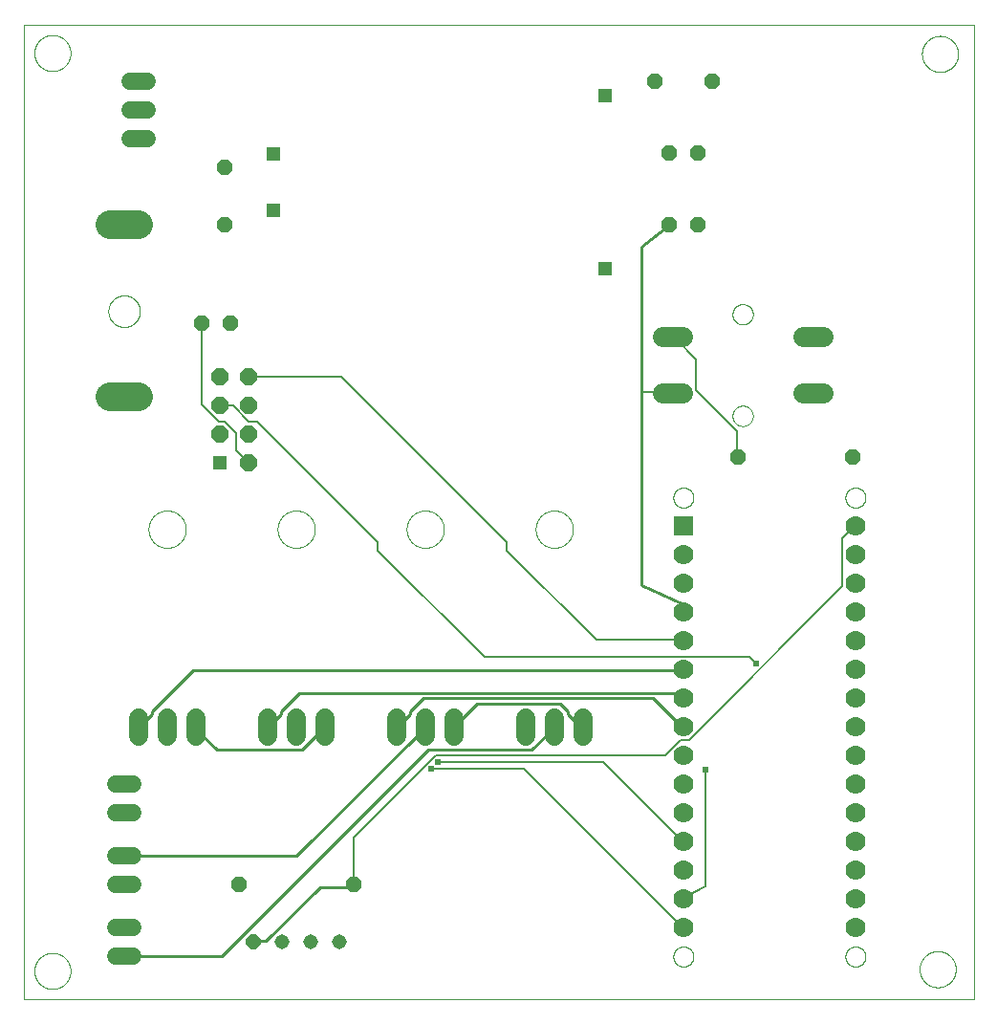
<source format=gbl>
G75*
%MOIN*%
%OFA0B0*%
%FSLAX25Y25*%
%IPPOS*%
%LPD*%
%AMOC8*
5,1,8,0,0,1.08239X$1,22.5*
%
%ADD10C,0.00000*%
%ADD11R,0.05150X0.05150*%
%ADD12C,0.06600*%
%ADD13R,0.07000X0.07000*%
%ADD14C,0.07000*%
%ADD15OC8,0.05150*%
%ADD16C,0.05150*%
%ADD17OC8,0.06000*%
%ADD18OC8,0.05200*%
%ADD19C,0.05937*%
%ADD20C,0.07050*%
%ADD21C,0.10000*%
%ADD22C,0.01000*%
%ADD23C,0.00600*%
%ADD24C,0.02400*%
D10*
X0001000Y0004000D02*
X0001000Y0343961D01*
X0332301Y0343961D01*
X0332301Y0004000D01*
X0001000Y0004000D01*
X0004701Y0014000D02*
X0004703Y0014158D01*
X0004709Y0014316D01*
X0004719Y0014474D01*
X0004733Y0014632D01*
X0004751Y0014789D01*
X0004772Y0014946D01*
X0004798Y0015102D01*
X0004828Y0015258D01*
X0004861Y0015413D01*
X0004899Y0015566D01*
X0004940Y0015719D01*
X0004985Y0015871D01*
X0005034Y0016022D01*
X0005087Y0016171D01*
X0005143Y0016319D01*
X0005203Y0016465D01*
X0005267Y0016610D01*
X0005335Y0016753D01*
X0005406Y0016895D01*
X0005480Y0017035D01*
X0005558Y0017172D01*
X0005640Y0017308D01*
X0005724Y0017442D01*
X0005813Y0017573D01*
X0005904Y0017702D01*
X0005999Y0017829D01*
X0006096Y0017954D01*
X0006197Y0018076D01*
X0006301Y0018195D01*
X0006408Y0018312D01*
X0006518Y0018426D01*
X0006631Y0018537D01*
X0006746Y0018646D01*
X0006864Y0018751D01*
X0006985Y0018853D01*
X0007108Y0018953D01*
X0007234Y0019049D01*
X0007362Y0019142D01*
X0007492Y0019232D01*
X0007625Y0019318D01*
X0007760Y0019402D01*
X0007896Y0019481D01*
X0008035Y0019558D01*
X0008176Y0019630D01*
X0008318Y0019700D01*
X0008462Y0019765D01*
X0008608Y0019827D01*
X0008755Y0019885D01*
X0008904Y0019940D01*
X0009054Y0019991D01*
X0009205Y0020038D01*
X0009357Y0020081D01*
X0009510Y0020120D01*
X0009665Y0020156D01*
X0009820Y0020187D01*
X0009976Y0020215D01*
X0010132Y0020239D01*
X0010289Y0020259D01*
X0010447Y0020275D01*
X0010604Y0020287D01*
X0010763Y0020295D01*
X0010921Y0020299D01*
X0011079Y0020299D01*
X0011237Y0020295D01*
X0011396Y0020287D01*
X0011553Y0020275D01*
X0011711Y0020259D01*
X0011868Y0020239D01*
X0012024Y0020215D01*
X0012180Y0020187D01*
X0012335Y0020156D01*
X0012490Y0020120D01*
X0012643Y0020081D01*
X0012795Y0020038D01*
X0012946Y0019991D01*
X0013096Y0019940D01*
X0013245Y0019885D01*
X0013392Y0019827D01*
X0013538Y0019765D01*
X0013682Y0019700D01*
X0013824Y0019630D01*
X0013965Y0019558D01*
X0014104Y0019481D01*
X0014240Y0019402D01*
X0014375Y0019318D01*
X0014508Y0019232D01*
X0014638Y0019142D01*
X0014766Y0019049D01*
X0014892Y0018953D01*
X0015015Y0018853D01*
X0015136Y0018751D01*
X0015254Y0018646D01*
X0015369Y0018537D01*
X0015482Y0018426D01*
X0015592Y0018312D01*
X0015699Y0018195D01*
X0015803Y0018076D01*
X0015904Y0017954D01*
X0016001Y0017829D01*
X0016096Y0017702D01*
X0016187Y0017573D01*
X0016276Y0017442D01*
X0016360Y0017308D01*
X0016442Y0017172D01*
X0016520Y0017035D01*
X0016594Y0016895D01*
X0016665Y0016753D01*
X0016733Y0016610D01*
X0016797Y0016465D01*
X0016857Y0016319D01*
X0016913Y0016171D01*
X0016966Y0016022D01*
X0017015Y0015871D01*
X0017060Y0015719D01*
X0017101Y0015566D01*
X0017139Y0015413D01*
X0017172Y0015258D01*
X0017202Y0015102D01*
X0017228Y0014946D01*
X0017249Y0014789D01*
X0017267Y0014632D01*
X0017281Y0014474D01*
X0017291Y0014316D01*
X0017297Y0014158D01*
X0017299Y0014000D01*
X0017297Y0013842D01*
X0017291Y0013684D01*
X0017281Y0013526D01*
X0017267Y0013368D01*
X0017249Y0013211D01*
X0017228Y0013054D01*
X0017202Y0012898D01*
X0017172Y0012742D01*
X0017139Y0012587D01*
X0017101Y0012434D01*
X0017060Y0012281D01*
X0017015Y0012129D01*
X0016966Y0011978D01*
X0016913Y0011829D01*
X0016857Y0011681D01*
X0016797Y0011535D01*
X0016733Y0011390D01*
X0016665Y0011247D01*
X0016594Y0011105D01*
X0016520Y0010965D01*
X0016442Y0010828D01*
X0016360Y0010692D01*
X0016276Y0010558D01*
X0016187Y0010427D01*
X0016096Y0010298D01*
X0016001Y0010171D01*
X0015904Y0010046D01*
X0015803Y0009924D01*
X0015699Y0009805D01*
X0015592Y0009688D01*
X0015482Y0009574D01*
X0015369Y0009463D01*
X0015254Y0009354D01*
X0015136Y0009249D01*
X0015015Y0009147D01*
X0014892Y0009047D01*
X0014766Y0008951D01*
X0014638Y0008858D01*
X0014508Y0008768D01*
X0014375Y0008682D01*
X0014240Y0008598D01*
X0014104Y0008519D01*
X0013965Y0008442D01*
X0013824Y0008370D01*
X0013682Y0008300D01*
X0013538Y0008235D01*
X0013392Y0008173D01*
X0013245Y0008115D01*
X0013096Y0008060D01*
X0012946Y0008009D01*
X0012795Y0007962D01*
X0012643Y0007919D01*
X0012490Y0007880D01*
X0012335Y0007844D01*
X0012180Y0007813D01*
X0012024Y0007785D01*
X0011868Y0007761D01*
X0011711Y0007741D01*
X0011553Y0007725D01*
X0011396Y0007713D01*
X0011237Y0007705D01*
X0011079Y0007701D01*
X0010921Y0007701D01*
X0010763Y0007705D01*
X0010604Y0007713D01*
X0010447Y0007725D01*
X0010289Y0007741D01*
X0010132Y0007761D01*
X0009976Y0007785D01*
X0009820Y0007813D01*
X0009665Y0007844D01*
X0009510Y0007880D01*
X0009357Y0007919D01*
X0009205Y0007962D01*
X0009054Y0008009D01*
X0008904Y0008060D01*
X0008755Y0008115D01*
X0008608Y0008173D01*
X0008462Y0008235D01*
X0008318Y0008300D01*
X0008176Y0008370D01*
X0008035Y0008442D01*
X0007896Y0008519D01*
X0007760Y0008598D01*
X0007625Y0008682D01*
X0007492Y0008768D01*
X0007362Y0008858D01*
X0007234Y0008951D01*
X0007108Y0009047D01*
X0006985Y0009147D01*
X0006864Y0009249D01*
X0006746Y0009354D01*
X0006631Y0009463D01*
X0006518Y0009574D01*
X0006408Y0009688D01*
X0006301Y0009805D01*
X0006197Y0009924D01*
X0006096Y0010046D01*
X0005999Y0010171D01*
X0005904Y0010298D01*
X0005813Y0010427D01*
X0005724Y0010558D01*
X0005640Y0010692D01*
X0005558Y0010828D01*
X0005480Y0010965D01*
X0005406Y0011105D01*
X0005335Y0011247D01*
X0005267Y0011390D01*
X0005203Y0011535D01*
X0005143Y0011681D01*
X0005087Y0011829D01*
X0005034Y0011978D01*
X0004985Y0012129D01*
X0004940Y0012281D01*
X0004899Y0012434D01*
X0004861Y0012587D01*
X0004828Y0012742D01*
X0004798Y0012898D01*
X0004772Y0013054D01*
X0004751Y0013211D01*
X0004733Y0013368D01*
X0004719Y0013526D01*
X0004709Y0013684D01*
X0004703Y0013842D01*
X0004701Y0014000D01*
X0044500Y0168000D02*
X0044502Y0168161D01*
X0044508Y0168321D01*
X0044518Y0168482D01*
X0044532Y0168642D01*
X0044550Y0168802D01*
X0044571Y0168961D01*
X0044597Y0169120D01*
X0044627Y0169278D01*
X0044660Y0169435D01*
X0044698Y0169592D01*
X0044739Y0169747D01*
X0044784Y0169901D01*
X0044833Y0170054D01*
X0044886Y0170206D01*
X0044942Y0170357D01*
X0045003Y0170506D01*
X0045066Y0170654D01*
X0045134Y0170800D01*
X0045205Y0170944D01*
X0045279Y0171086D01*
X0045357Y0171227D01*
X0045439Y0171365D01*
X0045524Y0171502D01*
X0045612Y0171636D01*
X0045704Y0171768D01*
X0045799Y0171898D01*
X0045897Y0172026D01*
X0045998Y0172151D01*
X0046102Y0172273D01*
X0046209Y0172393D01*
X0046319Y0172510D01*
X0046432Y0172625D01*
X0046548Y0172736D01*
X0046667Y0172845D01*
X0046788Y0172950D01*
X0046912Y0173053D01*
X0047038Y0173153D01*
X0047166Y0173249D01*
X0047297Y0173342D01*
X0047431Y0173432D01*
X0047566Y0173519D01*
X0047704Y0173602D01*
X0047843Y0173682D01*
X0047985Y0173758D01*
X0048128Y0173831D01*
X0048273Y0173900D01*
X0048420Y0173966D01*
X0048568Y0174028D01*
X0048718Y0174086D01*
X0048869Y0174141D01*
X0049022Y0174192D01*
X0049176Y0174239D01*
X0049331Y0174282D01*
X0049487Y0174321D01*
X0049643Y0174357D01*
X0049801Y0174388D01*
X0049959Y0174416D01*
X0050118Y0174440D01*
X0050278Y0174460D01*
X0050438Y0174476D01*
X0050598Y0174488D01*
X0050759Y0174496D01*
X0050920Y0174500D01*
X0051080Y0174500D01*
X0051241Y0174496D01*
X0051402Y0174488D01*
X0051562Y0174476D01*
X0051722Y0174460D01*
X0051882Y0174440D01*
X0052041Y0174416D01*
X0052199Y0174388D01*
X0052357Y0174357D01*
X0052513Y0174321D01*
X0052669Y0174282D01*
X0052824Y0174239D01*
X0052978Y0174192D01*
X0053131Y0174141D01*
X0053282Y0174086D01*
X0053432Y0174028D01*
X0053580Y0173966D01*
X0053727Y0173900D01*
X0053872Y0173831D01*
X0054015Y0173758D01*
X0054157Y0173682D01*
X0054296Y0173602D01*
X0054434Y0173519D01*
X0054569Y0173432D01*
X0054703Y0173342D01*
X0054834Y0173249D01*
X0054962Y0173153D01*
X0055088Y0173053D01*
X0055212Y0172950D01*
X0055333Y0172845D01*
X0055452Y0172736D01*
X0055568Y0172625D01*
X0055681Y0172510D01*
X0055791Y0172393D01*
X0055898Y0172273D01*
X0056002Y0172151D01*
X0056103Y0172026D01*
X0056201Y0171898D01*
X0056296Y0171768D01*
X0056388Y0171636D01*
X0056476Y0171502D01*
X0056561Y0171365D01*
X0056643Y0171227D01*
X0056721Y0171086D01*
X0056795Y0170944D01*
X0056866Y0170800D01*
X0056934Y0170654D01*
X0056997Y0170506D01*
X0057058Y0170357D01*
X0057114Y0170206D01*
X0057167Y0170054D01*
X0057216Y0169901D01*
X0057261Y0169747D01*
X0057302Y0169592D01*
X0057340Y0169435D01*
X0057373Y0169278D01*
X0057403Y0169120D01*
X0057429Y0168961D01*
X0057450Y0168802D01*
X0057468Y0168642D01*
X0057482Y0168482D01*
X0057492Y0168321D01*
X0057498Y0168161D01*
X0057500Y0168000D01*
X0057498Y0167839D01*
X0057492Y0167679D01*
X0057482Y0167518D01*
X0057468Y0167358D01*
X0057450Y0167198D01*
X0057429Y0167039D01*
X0057403Y0166880D01*
X0057373Y0166722D01*
X0057340Y0166565D01*
X0057302Y0166408D01*
X0057261Y0166253D01*
X0057216Y0166099D01*
X0057167Y0165946D01*
X0057114Y0165794D01*
X0057058Y0165643D01*
X0056997Y0165494D01*
X0056934Y0165346D01*
X0056866Y0165200D01*
X0056795Y0165056D01*
X0056721Y0164914D01*
X0056643Y0164773D01*
X0056561Y0164635D01*
X0056476Y0164498D01*
X0056388Y0164364D01*
X0056296Y0164232D01*
X0056201Y0164102D01*
X0056103Y0163974D01*
X0056002Y0163849D01*
X0055898Y0163727D01*
X0055791Y0163607D01*
X0055681Y0163490D01*
X0055568Y0163375D01*
X0055452Y0163264D01*
X0055333Y0163155D01*
X0055212Y0163050D01*
X0055088Y0162947D01*
X0054962Y0162847D01*
X0054834Y0162751D01*
X0054703Y0162658D01*
X0054569Y0162568D01*
X0054434Y0162481D01*
X0054296Y0162398D01*
X0054157Y0162318D01*
X0054015Y0162242D01*
X0053872Y0162169D01*
X0053727Y0162100D01*
X0053580Y0162034D01*
X0053432Y0161972D01*
X0053282Y0161914D01*
X0053131Y0161859D01*
X0052978Y0161808D01*
X0052824Y0161761D01*
X0052669Y0161718D01*
X0052513Y0161679D01*
X0052357Y0161643D01*
X0052199Y0161612D01*
X0052041Y0161584D01*
X0051882Y0161560D01*
X0051722Y0161540D01*
X0051562Y0161524D01*
X0051402Y0161512D01*
X0051241Y0161504D01*
X0051080Y0161500D01*
X0050920Y0161500D01*
X0050759Y0161504D01*
X0050598Y0161512D01*
X0050438Y0161524D01*
X0050278Y0161540D01*
X0050118Y0161560D01*
X0049959Y0161584D01*
X0049801Y0161612D01*
X0049643Y0161643D01*
X0049487Y0161679D01*
X0049331Y0161718D01*
X0049176Y0161761D01*
X0049022Y0161808D01*
X0048869Y0161859D01*
X0048718Y0161914D01*
X0048568Y0161972D01*
X0048420Y0162034D01*
X0048273Y0162100D01*
X0048128Y0162169D01*
X0047985Y0162242D01*
X0047843Y0162318D01*
X0047704Y0162398D01*
X0047566Y0162481D01*
X0047431Y0162568D01*
X0047297Y0162658D01*
X0047166Y0162751D01*
X0047038Y0162847D01*
X0046912Y0162947D01*
X0046788Y0163050D01*
X0046667Y0163155D01*
X0046548Y0163264D01*
X0046432Y0163375D01*
X0046319Y0163490D01*
X0046209Y0163607D01*
X0046102Y0163727D01*
X0045998Y0163849D01*
X0045897Y0163974D01*
X0045799Y0164102D01*
X0045704Y0164232D01*
X0045612Y0164364D01*
X0045524Y0164498D01*
X0045439Y0164635D01*
X0045357Y0164773D01*
X0045279Y0164914D01*
X0045205Y0165056D01*
X0045134Y0165200D01*
X0045066Y0165346D01*
X0045003Y0165494D01*
X0044942Y0165643D01*
X0044886Y0165794D01*
X0044833Y0165946D01*
X0044784Y0166099D01*
X0044739Y0166253D01*
X0044698Y0166408D01*
X0044660Y0166565D01*
X0044627Y0166722D01*
X0044597Y0166880D01*
X0044571Y0167039D01*
X0044550Y0167198D01*
X0044532Y0167358D01*
X0044518Y0167518D01*
X0044508Y0167679D01*
X0044502Y0167839D01*
X0044500Y0168000D01*
X0089500Y0168000D02*
X0089502Y0168161D01*
X0089508Y0168321D01*
X0089518Y0168482D01*
X0089532Y0168642D01*
X0089550Y0168802D01*
X0089571Y0168961D01*
X0089597Y0169120D01*
X0089627Y0169278D01*
X0089660Y0169435D01*
X0089698Y0169592D01*
X0089739Y0169747D01*
X0089784Y0169901D01*
X0089833Y0170054D01*
X0089886Y0170206D01*
X0089942Y0170357D01*
X0090003Y0170506D01*
X0090066Y0170654D01*
X0090134Y0170800D01*
X0090205Y0170944D01*
X0090279Y0171086D01*
X0090357Y0171227D01*
X0090439Y0171365D01*
X0090524Y0171502D01*
X0090612Y0171636D01*
X0090704Y0171768D01*
X0090799Y0171898D01*
X0090897Y0172026D01*
X0090998Y0172151D01*
X0091102Y0172273D01*
X0091209Y0172393D01*
X0091319Y0172510D01*
X0091432Y0172625D01*
X0091548Y0172736D01*
X0091667Y0172845D01*
X0091788Y0172950D01*
X0091912Y0173053D01*
X0092038Y0173153D01*
X0092166Y0173249D01*
X0092297Y0173342D01*
X0092431Y0173432D01*
X0092566Y0173519D01*
X0092704Y0173602D01*
X0092843Y0173682D01*
X0092985Y0173758D01*
X0093128Y0173831D01*
X0093273Y0173900D01*
X0093420Y0173966D01*
X0093568Y0174028D01*
X0093718Y0174086D01*
X0093869Y0174141D01*
X0094022Y0174192D01*
X0094176Y0174239D01*
X0094331Y0174282D01*
X0094487Y0174321D01*
X0094643Y0174357D01*
X0094801Y0174388D01*
X0094959Y0174416D01*
X0095118Y0174440D01*
X0095278Y0174460D01*
X0095438Y0174476D01*
X0095598Y0174488D01*
X0095759Y0174496D01*
X0095920Y0174500D01*
X0096080Y0174500D01*
X0096241Y0174496D01*
X0096402Y0174488D01*
X0096562Y0174476D01*
X0096722Y0174460D01*
X0096882Y0174440D01*
X0097041Y0174416D01*
X0097199Y0174388D01*
X0097357Y0174357D01*
X0097513Y0174321D01*
X0097669Y0174282D01*
X0097824Y0174239D01*
X0097978Y0174192D01*
X0098131Y0174141D01*
X0098282Y0174086D01*
X0098432Y0174028D01*
X0098580Y0173966D01*
X0098727Y0173900D01*
X0098872Y0173831D01*
X0099015Y0173758D01*
X0099157Y0173682D01*
X0099296Y0173602D01*
X0099434Y0173519D01*
X0099569Y0173432D01*
X0099703Y0173342D01*
X0099834Y0173249D01*
X0099962Y0173153D01*
X0100088Y0173053D01*
X0100212Y0172950D01*
X0100333Y0172845D01*
X0100452Y0172736D01*
X0100568Y0172625D01*
X0100681Y0172510D01*
X0100791Y0172393D01*
X0100898Y0172273D01*
X0101002Y0172151D01*
X0101103Y0172026D01*
X0101201Y0171898D01*
X0101296Y0171768D01*
X0101388Y0171636D01*
X0101476Y0171502D01*
X0101561Y0171365D01*
X0101643Y0171227D01*
X0101721Y0171086D01*
X0101795Y0170944D01*
X0101866Y0170800D01*
X0101934Y0170654D01*
X0101997Y0170506D01*
X0102058Y0170357D01*
X0102114Y0170206D01*
X0102167Y0170054D01*
X0102216Y0169901D01*
X0102261Y0169747D01*
X0102302Y0169592D01*
X0102340Y0169435D01*
X0102373Y0169278D01*
X0102403Y0169120D01*
X0102429Y0168961D01*
X0102450Y0168802D01*
X0102468Y0168642D01*
X0102482Y0168482D01*
X0102492Y0168321D01*
X0102498Y0168161D01*
X0102500Y0168000D01*
X0102498Y0167839D01*
X0102492Y0167679D01*
X0102482Y0167518D01*
X0102468Y0167358D01*
X0102450Y0167198D01*
X0102429Y0167039D01*
X0102403Y0166880D01*
X0102373Y0166722D01*
X0102340Y0166565D01*
X0102302Y0166408D01*
X0102261Y0166253D01*
X0102216Y0166099D01*
X0102167Y0165946D01*
X0102114Y0165794D01*
X0102058Y0165643D01*
X0101997Y0165494D01*
X0101934Y0165346D01*
X0101866Y0165200D01*
X0101795Y0165056D01*
X0101721Y0164914D01*
X0101643Y0164773D01*
X0101561Y0164635D01*
X0101476Y0164498D01*
X0101388Y0164364D01*
X0101296Y0164232D01*
X0101201Y0164102D01*
X0101103Y0163974D01*
X0101002Y0163849D01*
X0100898Y0163727D01*
X0100791Y0163607D01*
X0100681Y0163490D01*
X0100568Y0163375D01*
X0100452Y0163264D01*
X0100333Y0163155D01*
X0100212Y0163050D01*
X0100088Y0162947D01*
X0099962Y0162847D01*
X0099834Y0162751D01*
X0099703Y0162658D01*
X0099569Y0162568D01*
X0099434Y0162481D01*
X0099296Y0162398D01*
X0099157Y0162318D01*
X0099015Y0162242D01*
X0098872Y0162169D01*
X0098727Y0162100D01*
X0098580Y0162034D01*
X0098432Y0161972D01*
X0098282Y0161914D01*
X0098131Y0161859D01*
X0097978Y0161808D01*
X0097824Y0161761D01*
X0097669Y0161718D01*
X0097513Y0161679D01*
X0097357Y0161643D01*
X0097199Y0161612D01*
X0097041Y0161584D01*
X0096882Y0161560D01*
X0096722Y0161540D01*
X0096562Y0161524D01*
X0096402Y0161512D01*
X0096241Y0161504D01*
X0096080Y0161500D01*
X0095920Y0161500D01*
X0095759Y0161504D01*
X0095598Y0161512D01*
X0095438Y0161524D01*
X0095278Y0161540D01*
X0095118Y0161560D01*
X0094959Y0161584D01*
X0094801Y0161612D01*
X0094643Y0161643D01*
X0094487Y0161679D01*
X0094331Y0161718D01*
X0094176Y0161761D01*
X0094022Y0161808D01*
X0093869Y0161859D01*
X0093718Y0161914D01*
X0093568Y0161972D01*
X0093420Y0162034D01*
X0093273Y0162100D01*
X0093128Y0162169D01*
X0092985Y0162242D01*
X0092843Y0162318D01*
X0092704Y0162398D01*
X0092566Y0162481D01*
X0092431Y0162568D01*
X0092297Y0162658D01*
X0092166Y0162751D01*
X0092038Y0162847D01*
X0091912Y0162947D01*
X0091788Y0163050D01*
X0091667Y0163155D01*
X0091548Y0163264D01*
X0091432Y0163375D01*
X0091319Y0163490D01*
X0091209Y0163607D01*
X0091102Y0163727D01*
X0090998Y0163849D01*
X0090897Y0163974D01*
X0090799Y0164102D01*
X0090704Y0164232D01*
X0090612Y0164364D01*
X0090524Y0164498D01*
X0090439Y0164635D01*
X0090357Y0164773D01*
X0090279Y0164914D01*
X0090205Y0165056D01*
X0090134Y0165200D01*
X0090066Y0165346D01*
X0090003Y0165494D01*
X0089942Y0165643D01*
X0089886Y0165794D01*
X0089833Y0165946D01*
X0089784Y0166099D01*
X0089739Y0166253D01*
X0089698Y0166408D01*
X0089660Y0166565D01*
X0089627Y0166722D01*
X0089597Y0166880D01*
X0089571Y0167039D01*
X0089550Y0167198D01*
X0089532Y0167358D01*
X0089518Y0167518D01*
X0089508Y0167679D01*
X0089502Y0167839D01*
X0089500Y0168000D01*
X0134500Y0168000D02*
X0134502Y0168161D01*
X0134508Y0168321D01*
X0134518Y0168482D01*
X0134532Y0168642D01*
X0134550Y0168802D01*
X0134571Y0168961D01*
X0134597Y0169120D01*
X0134627Y0169278D01*
X0134660Y0169435D01*
X0134698Y0169592D01*
X0134739Y0169747D01*
X0134784Y0169901D01*
X0134833Y0170054D01*
X0134886Y0170206D01*
X0134942Y0170357D01*
X0135003Y0170506D01*
X0135066Y0170654D01*
X0135134Y0170800D01*
X0135205Y0170944D01*
X0135279Y0171086D01*
X0135357Y0171227D01*
X0135439Y0171365D01*
X0135524Y0171502D01*
X0135612Y0171636D01*
X0135704Y0171768D01*
X0135799Y0171898D01*
X0135897Y0172026D01*
X0135998Y0172151D01*
X0136102Y0172273D01*
X0136209Y0172393D01*
X0136319Y0172510D01*
X0136432Y0172625D01*
X0136548Y0172736D01*
X0136667Y0172845D01*
X0136788Y0172950D01*
X0136912Y0173053D01*
X0137038Y0173153D01*
X0137166Y0173249D01*
X0137297Y0173342D01*
X0137431Y0173432D01*
X0137566Y0173519D01*
X0137704Y0173602D01*
X0137843Y0173682D01*
X0137985Y0173758D01*
X0138128Y0173831D01*
X0138273Y0173900D01*
X0138420Y0173966D01*
X0138568Y0174028D01*
X0138718Y0174086D01*
X0138869Y0174141D01*
X0139022Y0174192D01*
X0139176Y0174239D01*
X0139331Y0174282D01*
X0139487Y0174321D01*
X0139643Y0174357D01*
X0139801Y0174388D01*
X0139959Y0174416D01*
X0140118Y0174440D01*
X0140278Y0174460D01*
X0140438Y0174476D01*
X0140598Y0174488D01*
X0140759Y0174496D01*
X0140920Y0174500D01*
X0141080Y0174500D01*
X0141241Y0174496D01*
X0141402Y0174488D01*
X0141562Y0174476D01*
X0141722Y0174460D01*
X0141882Y0174440D01*
X0142041Y0174416D01*
X0142199Y0174388D01*
X0142357Y0174357D01*
X0142513Y0174321D01*
X0142669Y0174282D01*
X0142824Y0174239D01*
X0142978Y0174192D01*
X0143131Y0174141D01*
X0143282Y0174086D01*
X0143432Y0174028D01*
X0143580Y0173966D01*
X0143727Y0173900D01*
X0143872Y0173831D01*
X0144015Y0173758D01*
X0144157Y0173682D01*
X0144296Y0173602D01*
X0144434Y0173519D01*
X0144569Y0173432D01*
X0144703Y0173342D01*
X0144834Y0173249D01*
X0144962Y0173153D01*
X0145088Y0173053D01*
X0145212Y0172950D01*
X0145333Y0172845D01*
X0145452Y0172736D01*
X0145568Y0172625D01*
X0145681Y0172510D01*
X0145791Y0172393D01*
X0145898Y0172273D01*
X0146002Y0172151D01*
X0146103Y0172026D01*
X0146201Y0171898D01*
X0146296Y0171768D01*
X0146388Y0171636D01*
X0146476Y0171502D01*
X0146561Y0171365D01*
X0146643Y0171227D01*
X0146721Y0171086D01*
X0146795Y0170944D01*
X0146866Y0170800D01*
X0146934Y0170654D01*
X0146997Y0170506D01*
X0147058Y0170357D01*
X0147114Y0170206D01*
X0147167Y0170054D01*
X0147216Y0169901D01*
X0147261Y0169747D01*
X0147302Y0169592D01*
X0147340Y0169435D01*
X0147373Y0169278D01*
X0147403Y0169120D01*
X0147429Y0168961D01*
X0147450Y0168802D01*
X0147468Y0168642D01*
X0147482Y0168482D01*
X0147492Y0168321D01*
X0147498Y0168161D01*
X0147500Y0168000D01*
X0147498Y0167839D01*
X0147492Y0167679D01*
X0147482Y0167518D01*
X0147468Y0167358D01*
X0147450Y0167198D01*
X0147429Y0167039D01*
X0147403Y0166880D01*
X0147373Y0166722D01*
X0147340Y0166565D01*
X0147302Y0166408D01*
X0147261Y0166253D01*
X0147216Y0166099D01*
X0147167Y0165946D01*
X0147114Y0165794D01*
X0147058Y0165643D01*
X0146997Y0165494D01*
X0146934Y0165346D01*
X0146866Y0165200D01*
X0146795Y0165056D01*
X0146721Y0164914D01*
X0146643Y0164773D01*
X0146561Y0164635D01*
X0146476Y0164498D01*
X0146388Y0164364D01*
X0146296Y0164232D01*
X0146201Y0164102D01*
X0146103Y0163974D01*
X0146002Y0163849D01*
X0145898Y0163727D01*
X0145791Y0163607D01*
X0145681Y0163490D01*
X0145568Y0163375D01*
X0145452Y0163264D01*
X0145333Y0163155D01*
X0145212Y0163050D01*
X0145088Y0162947D01*
X0144962Y0162847D01*
X0144834Y0162751D01*
X0144703Y0162658D01*
X0144569Y0162568D01*
X0144434Y0162481D01*
X0144296Y0162398D01*
X0144157Y0162318D01*
X0144015Y0162242D01*
X0143872Y0162169D01*
X0143727Y0162100D01*
X0143580Y0162034D01*
X0143432Y0161972D01*
X0143282Y0161914D01*
X0143131Y0161859D01*
X0142978Y0161808D01*
X0142824Y0161761D01*
X0142669Y0161718D01*
X0142513Y0161679D01*
X0142357Y0161643D01*
X0142199Y0161612D01*
X0142041Y0161584D01*
X0141882Y0161560D01*
X0141722Y0161540D01*
X0141562Y0161524D01*
X0141402Y0161512D01*
X0141241Y0161504D01*
X0141080Y0161500D01*
X0140920Y0161500D01*
X0140759Y0161504D01*
X0140598Y0161512D01*
X0140438Y0161524D01*
X0140278Y0161540D01*
X0140118Y0161560D01*
X0139959Y0161584D01*
X0139801Y0161612D01*
X0139643Y0161643D01*
X0139487Y0161679D01*
X0139331Y0161718D01*
X0139176Y0161761D01*
X0139022Y0161808D01*
X0138869Y0161859D01*
X0138718Y0161914D01*
X0138568Y0161972D01*
X0138420Y0162034D01*
X0138273Y0162100D01*
X0138128Y0162169D01*
X0137985Y0162242D01*
X0137843Y0162318D01*
X0137704Y0162398D01*
X0137566Y0162481D01*
X0137431Y0162568D01*
X0137297Y0162658D01*
X0137166Y0162751D01*
X0137038Y0162847D01*
X0136912Y0162947D01*
X0136788Y0163050D01*
X0136667Y0163155D01*
X0136548Y0163264D01*
X0136432Y0163375D01*
X0136319Y0163490D01*
X0136209Y0163607D01*
X0136102Y0163727D01*
X0135998Y0163849D01*
X0135897Y0163974D01*
X0135799Y0164102D01*
X0135704Y0164232D01*
X0135612Y0164364D01*
X0135524Y0164498D01*
X0135439Y0164635D01*
X0135357Y0164773D01*
X0135279Y0164914D01*
X0135205Y0165056D01*
X0135134Y0165200D01*
X0135066Y0165346D01*
X0135003Y0165494D01*
X0134942Y0165643D01*
X0134886Y0165794D01*
X0134833Y0165946D01*
X0134784Y0166099D01*
X0134739Y0166253D01*
X0134698Y0166408D01*
X0134660Y0166565D01*
X0134627Y0166722D01*
X0134597Y0166880D01*
X0134571Y0167039D01*
X0134550Y0167198D01*
X0134532Y0167358D01*
X0134518Y0167518D01*
X0134508Y0167679D01*
X0134502Y0167839D01*
X0134500Y0168000D01*
X0179500Y0168000D02*
X0179502Y0168161D01*
X0179508Y0168321D01*
X0179518Y0168482D01*
X0179532Y0168642D01*
X0179550Y0168802D01*
X0179571Y0168961D01*
X0179597Y0169120D01*
X0179627Y0169278D01*
X0179660Y0169435D01*
X0179698Y0169592D01*
X0179739Y0169747D01*
X0179784Y0169901D01*
X0179833Y0170054D01*
X0179886Y0170206D01*
X0179942Y0170357D01*
X0180003Y0170506D01*
X0180066Y0170654D01*
X0180134Y0170800D01*
X0180205Y0170944D01*
X0180279Y0171086D01*
X0180357Y0171227D01*
X0180439Y0171365D01*
X0180524Y0171502D01*
X0180612Y0171636D01*
X0180704Y0171768D01*
X0180799Y0171898D01*
X0180897Y0172026D01*
X0180998Y0172151D01*
X0181102Y0172273D01*
X0181209Y0172393D01*
X0181319Y0172510D01*
X0181432Y0172625D01*
X0181548Y0172736D01*
X0181667Y0172845D01*
X0181788Y0172950D01*
X0181912Y0173053D01*
X0182038Y0173153D01*
X0182166Y0173249D01*
X0182297Y0173342D01*
X0182431Y0173432D01*
X0182566Y0173519D01*
X0182704Y0173602D01*
X0182843Y0173682D01*
X0182985Y0173758D01*
X0183128Y0173831D01*
X0183273Y0173900D01*
X0183420Y0173966D01*
X0183568Y0174028D01*
X0183718Y0174086D01*
X0183869Y0174141D01*
X0184022Y0174192D01*
X0184176Y0174239D01*
X0184331Y0174282D01*
X0184487Y0174321D01*
X0184643Y0174357D01*
X0184801Y0174388D01*
X0184959Y0174416D01*
X0185118Y0174440D01*
X0185278Y0174460D01*
X0185438Y0174476D01*
X0185598Y0174488D01*
X0185759Y0174496D01*
X0185920Y0174500D01*
X0186080Y0174500D01*
X0186241Y0174496D01*
X0186402Y0174488D01*
X0186562Y0174476D01*
X0186722Y0174460D01*
X0186882Y0174440D01*
X0187041Y0174416D01*
X0187199Y0174388D01*
X0187357Y0174357D01*
X0187513Y0174321D01*
X0187669Y0174282D01*
X0187824Y0174239D01*
X0187978Y0174192D01*
X0188131Y0174141D01*
X0188282Y0174086D01*
X0188432Y0174028D01*
X0188580Y0173966D01*
X0188727Y0173900D01*
X0188872Y0173831D01*
X0189015Y0173758D01*
X0189157Y0173682D01*
X0189296Y0173602D01*
X0189434Y0173519D01*
X0189569Y0173432D01*
X0189703Y0173342D01*
X0189834Y0173249D01*
X0189962Y0173153D01*
X0190088Y0173053D01*
X0190212Y0172950D01*
X0190333Y0172845D01*
X0190452Y0172736D01*
X0190568Y0172625D01*
X0190681Y0172510D01*
X0190791Y0172393D01*
X0190898Y0172273D01*
X0191002Y0172151D01*
X0191103Y0172026D01*
X0191201Y0171898D01*
X0191296Y0171768D01*
X0191388Y0171636D01*
X0191476Y0171502D01*
X0191561Y0171365D01*
X0191643Y0171227D01*
X0191721Y0171086D01*
X0191795Y0170944D01*
X0191866Y0170800D01*
X0191934Y0170654D01*
X0191997Y0170506D01*
X0192058Y0170357D01*
X0192114Y0170206D01*
X0192167Y0170054D01*
X0192216Y0169901D01*
X0192261Y0169747D01*
X0192302Y0169592D01*
X0192340Y0169435D01*
X0192373Y0169278D01*
X0192403Y0169120D01*
X0192429Y0168961D01*
X0192450Y0168802D01*
X0192468Y0168642D01*
X0192482Y0168482D01*
X0192492Y0168321D01*
X0192498Y0168161D01*
X0192500Y0168000D01*
X0192498Y0167839D01*
X0192492Y0167679D01*
X0192482Y0167518D01*
X0192468Y0167358D01*
X0192450Y0167198D01*
X0192429Y0167039D01*
X0192403Y0166880D01*
X0192373Y0166722D01*
X0192340Y0166565D01*
X0192302Y0166408D01*
X0192261Y0166253D01*
X0192216Y0166099D01*
X0192167Y0165946D01*
X0192114Y0165794D01*
X0192058Y0165643D01*
X0191997Y0165494D01*
X0191934Y0165346D01*
X0191866Y0165200D01*
X0191795Y0165056D01*
X0191721Y0164914D01*
X0191643Y0164773D01*
X0191561Y0164635D01*
X0191476Y0164498D01*
X0191388Y0164364D01*
X0191296Y0164232D01*
X0191201Y0164102D01*
X0191103Y0163974D01*
X0191002Y0163849D01*
X0190898Y0163727D01*
X0190791Y0163607D01*
X0190681Y0163490D01*
X0190568Y0163375D01*
X0190452Y0163264D01*
X0190333Y0163155D01*
X0190212Y0163050D01*
X0190088Y0162947D01*
X0189962Y0162847D01*
X0189834Y0162751D01*
X0189703Y0162658D01*
X0189569Y0162568D01*
X0189434Y0162481D01*
X0189296Y0162398D01*
X0189157Y0162318D01*
X0189015Y0162242D01*
X0188872Y0162169D01*
X0188727Y0162100D01*
X0188580Y0162034D01*
X0188432Y0161972D01*
X0188282Y0161914D01*
X0188131Y0161859D01*
X0187978Y0161808D01*
X0187824Y0161761D01*
X0187669Y0161718D01*
X0187513Y0161679D01*
X0187357Y0161643D01*
X0187199Y0161612D01*
X0187041Y0161584D01*
X0186882Y0161560D01*
X0186722Y0161540D01*
X0186562Y0161524D01*
X0186402Y0161512D01*
X0186241Y0161504D01*
X0186080Y0161500D01*
X0185920Y0161500D01*
X0185759Y0161504D01*
X0185598Y0161512D01*
X0185438Y0161524D01*
X0185278Y0161540D01*
X0185118Y0161560D01*
X0184959Y0161584D01*
X0184801Y0161612D01*
X0184643Y0161643D01*
X0184487Y0161679D01*
X0184331Y0161718D01*
X0184176Y0161761D01*
X0184022Y0161808D01*
X0183869Y0161859D01*
X0183718Y0161914D01*
X0183568Y0161972D01*
X0183420Y0162034D01*
X0183273Y0162100D01*
X0183128Y0162169D01*
X0182985Y0162242D01*
X0182843Y0162318D01*
X0182704Y0162398D01*
X0182566Y0162481D01*
X0182431Y0162568D01*
X0182297Y0162658D01*
X0182166Y0162751D01*
X0182038Y0162847D01*
X0181912Y0162947D01*
X0181788Y0163050D01*
X0181667Y0163155D01*
X0181548Y0163264D01*
X0181432Y0163375D01*
X0181319Y0163490D01*
X0181209Y0163607D01*
X0181102Y0163727D01*
X0180998Y0163849D01*
X0180897Y0163974D01*
X0180799Y0164102D01*
X0180704Y0164232D01*
X0180612Y0164364D01*
X0180524Y0164498D01*
X0180439Y0164635D01*
X0180357Y0164773D01*
X0180279Y0164914D01*
X0180205Y0165056D01*
X0180134Y0165200D01*
X0180066Y0165346D01*
X0180003Y0165494D01*
X0179942Y0165643D01*
X0179886Y0165794D01*
X0179833Y0165946D01*
X0179784Y0166099D01*
X0179739Y0166253D01*
X0179698Y0166408D01*
X0179660Y0166565D01*
X0179627Y0166722D01*
X0179597Y0166880D01*
X0179571Y0167039D01*
X0179550Y0167198D01*
X0179532Y0167358D01*
X0179518Y0167518D01*
X0179508Y0167679D01*
X0179502Y0167839D01*
X0179500Y0168000D01*
X0227500Y0179000D02*
X0227502Y0179118D01*
X0227508Y0179236D01*
X0227518Y0179354D01*
X0227532Y0179471D01*
X0227550Y0179588D01*
X0227572Y0179705D01*
X0227597Y0179820D01*
X0227627Y0179934D01*
X0227661Y0180048D01*
X0227698Y0180160D01*
X0227739Y0180271D01*
X0227784Y0180380D01*
X0227832Y0180488D01*
X0227884Y0180594D01*
X0227940Y0180699D01*
X0227999Y0180801D01*
X0228061Y0180901D01*
X0228127Y0180999D01*
X0228196Y0181095D01*
X0228269Y0181189D01*
X0228344Y0181280D01*
X0228423Y0181368D01*
X0228504Y0181454D01*
X0228589Y0181537D01*
X0228676Y0181617D01*
X0228765Y0181694D01*
X0228858Y0181768D01*
X0228952Y0181838D01*
X0229049Y0181906D01*
X0229149Y0181970D01*
X0229250Y0182031D01*
X0229353Y0182088D01*
X0229459Y0182142D01*
X0229566Y0182193D01*
X0229674Y0182239D01*
X0229784Y0182282D01*
X0229896Y0182321D01*
X0230009Y0182357D01*
X0230123Y0182388D01*
X0230238Y0182416D01*
X0230353Y0182440D01*
X0230470Y0182460D01*
X0230587Y0182476D01*
X0230705Y0182488D01*
X0230823Y0182496D01*
X0230941Y0182500D01*
X0231059Y0182500D01*
X0231177Y0182496D01*
X0231295Y0182488D01*
X0231413Y0182476D01*
X0231530Y0182460D01*
X0231647Y0182440D01*
X0231762Y0182416D01*
X0231877Y0182388D01*
X0231991Y0182357D01*
X0232104Y0182321D01*
X0232216Y0182282D01*
X0232326Y0182239D01*
X0232434Y0182193D01*
X0232541Y0182142D01*
X0232647Y0182088D01*
X0232750Y0182031D01*
X0232851Y0181970D01*
X0232951Y0181906D01*
X0233048Y0181838D01*
X0233142Y0181768D01*
X0233235Y0181694D01*
X0233324Y0181617D01*
X0233411Y0181537D01*
X0233496Y0181454D01*
X0233577Y0181368D01*
X0233656Y0181280D01*
X0233731Y0181189D01*
X0233804Y0181095D01*
X0233873Y0180999D01*
X0233939Y0180901D01*
X0234001Y0180801D01*
X0234060Y0180699D01*
X0234116Y0180594D01*
X0234168Y0180488D01*
X0234216Y0180380D01*
X0234261Y0180271D01*
X0234302Y0180160D01*
X0234339Y0180048D01*
X0234373Y0179934D01*
X0234403Y0179820D01*
X0234428Y0179705D01*
X0234450Y0179588D01*
X0234468Y0179471D01*
X0234482Y0179354D01*
X0234492Y0179236D01*
X0234498Y0179118D01*
X0234500Y0179000D01*
X0234498Y0178882D01*
X0234492Y0178764D01*
X0234482Y0178646D01*
X0234468Y0178529D01*
X0234450Y0178412D01*
X0234428Y0178295D01*
X0234403Y0178180D01*
X0234373Y0178066D01*
X0234339Y0177952D01*
X0234302Y0177840D01*
X0234261Y0177729D01*
X0234216Y0177620D01*
X0234168Y0177512D01*
X0234116Y0177406D01*
X0234060Y0177301D01*
X0234001Y0177199D01*
X0233939Y0177099D01*
X0233873Y0177001D01*
X0233804Y0176905D01*
X0233731Y0176811D01*
X0233656Y0176720D01*
X0233577Y0176632D01*
X0233496Y0176546D01*
X0233411Y0176463D01*
X0233324Y0176383D01*
X0233235Y0176306D01*
X0233142Y0176232D01*
X0233048Y0176162D01*
X0232951Y0176094D01*
X0232851Y0176030D01*
X0232750Y0175969D01*
X0232647Y0175912D01*
X0232541Y0175858D01*
X0232434Y0175807D01*
X0232326Y0175761D01*
X0232216Y0175718D01*
X0232104Y0175679D01*
X0231991Y0175643D01*
X0231877Y0175612D01*
X0231762Y0175584D01*
X0231647Y0175560D01*
X0231530Y0175540D01*
X0231413Y0175524D01*
X0231295Y0175512D01*
X0231177Y0175504D01*
X0231059Y0175500D01*
X0230941Y0175500D01*
X0230823Y0175504D01*
X0230705Y0175512D01*
X0230587Y0175524D01*
X0230470Y0175540D01*
X0230353Y0175560D01*
X0230238Y0175584D01*
X0230123Y0175612D01*
X0230009Y0175643D01*
X0229896Y0175679D01*
X0229784Y0175718D01*
X0229674Y0175761D01*
X0229566Y0175807D01*
X0229459Y0175858D01*
X0229353Y0175912D01*
X0229250Y0175969D01*
X0229149Y0176030D01*
X0229049Y0176094D01*
X0228952Y0176162D01*
X0228858Y0176232D01*
X0228765Y0176306D01*
X0228676Y0176383D01*
X0228589Y0176463D01*
X0228504Y0176546D01*
X0228423Y0176632D01*
X0228344Y0176720D01*
X0228269Y0176811D01*
X0228196Y0176905D01*
X0228127Y0177001D01*
X0228061Y0177099D01*
X0227999Y0177199D01*
X0227940Y0177301D01*
X0227884Y0177406D01*
X0227832Y0177512D01*
X0227784Y0177620D01*
X0227739Y0177729D01*
X0227698Y0177840D01*
X0227661Y0177952D01*
X0227627Y0178066D01*
X0227597Y0178180D01*
X0227572Y0178295D01*
X0227550Y0178412D01*
X0227532Y0178529D01*
X0227518Y0178646D01*
X0227508Y0178764D01*
X0227502Y0178882D01*
X0227500Y0179000D01*
X0248150Y0207500D02*
X0248152Y0207619D01*
X0248158Y0207737D01*
X0248168Y0207855D01*
X0248182Y0207973D01*
X0248199Y0208090D01*
X0248221Y0208207D01*
X0248247Y0208323D01*
X0248276Y0208438D01*
X0248309Y0208552D01*
X0248346Y0208664D01*
X0248387Y0208776D01*
X0248432Y0208886D01*
X0248480Y0208994D01*
X0248532Y0209101D01*
X0248587Y0209206D01*
X0248646Y0209309D01*
X0248708Y0209410D01*
X0248773Y0209509D01*
X0248842Y0209606D01*
X0248914Y0209700D01*
X0248989Y0209792D01*
X0249067Y0209881D01*
X0249148Y0209968D01*
X0249232Y0210052D01*
X0249319Y0210133D01*
X0249408Y0210211D01*
X0249500Y0210286D01*
X0249594Y0210358D01*
X0249691Y0210427D01*
X0249790Y0210492D01*
X0249891Y0210554D01*
X0249994Y0210613D01*
X0250099Y0210668D01*
X0250206Y0210720D01*
X0250314Y0210768D01*
X0250424Y0210813D01*
X0250536Y0210854D01*
X0250648Y0210891D01*
X0250762Y0210924D01*
X0250877Y0210953D01*
X0250993Y0210979D01*
X0251110Y0211001D01*
X0251227Y0211018D01*
X0251345Y0211032D01*
X0251463Y0211042D01*
X0251581Y0211048D01*
X0251700Y0211050D01*
X0251819Y0211048D01*
X0251937Y0211042D01*
X0252055Y0211032D01*
X0252173Y0211018D01*
X0252290Y0211001D01*
X0252407Y0210979D01*
X0252523Y0210953D01*
X0252638Y0210924D01*
X0252752Y0210891D01*
X0252864Y0210854D01*
X0252976Y0210813D01*
X0253086Y0210768D01*
X0253194Y0210720D01*
X0253301Y0210668D01*
X0253406Y0210613D01*
X0253509Y0210554D01*
X0253610Y0210492D01*
X0253709Y0210427D01*
X0253806Y0210358D01*
X0253900Y0210286D01*
X0253992Y0210211D01*
X0254081Y0210133D01*
X0254168Y0210052D01*
X0254252Y0209968D01*
X0254333Y0209881D01*
X0254411Y0209792D01*
X0254486Y0209700D01*
X0254558Y0209606D01*
X0254627Y0209509D01*
X0254692Y0209410D01*
X0254754Y0209309D01*
X0254813Y0209206D01*
X0254868Y0209101D01*
X0254920Y0208994D01*
X0254968Y0208886D01*
X0255013Y0208776D01*
X0255054Y0208664D01*
X0255091Y0208552D01*
X0255124Y0208438D01*
X0255153Y0208323D01*
X0255179Y0208207D01*
X0255201Y0208090D01*
X0255218Y0207973D01*
X0255232Y0207855D01*
X0255242Y0207737D01*
X0255248Y0207619D01*
X0255250Y0207500D01*
X0255248Y0207381D01*
X0255242Y0207263D01*
X0255232Y0207145D01*
X0255218Y0207027D01*
X0255201Y0206910D01*
X0255179Y0206793D01*
X0255153Y0206677D01*
X0255124Y0206562D01*
X0255091Y0206448D01*
X0255054Y0206336D01*
X0255013Y0206224D01*
X0254968Y0206114D01*
X0254920Y0206006D01*
X0254868Y0205899D01*
X0254813Y0205794D01*
X0254754Y0205691D01*
X0254692Y0205590D01*
X0254627Y0205491D01*
X0254558Y0205394D01*
X0254486Y0205300D01*
X0254411Y0205208D01*
X0254333Y0205119D01*
X0254252Y0205032D01*
X0254168Y0204948D01*
X0254081Y0204867D01*
X0253992Y0204789D01*
X0253900Y0204714D01*
X0253806Y0204642D01*
X0253709Y0204573D01*
X0253610Y0204508D01*
X0253509Y0204446D01*
X0253406Y0204387D01*
X0253301Y0204332D01*
X0253194Y0204280D01*
X0253086Y0204232D01*
X0252976Y0204187D01*
X0252864Y0204146D01*
X0252752Y0204109D01*
X0252638Y0204076D01*
X0252523Y0204047D01*
X0252407Y0204021D01*
X0252290Y0203999D01*
X0252173Y0203982D01*
X0252055Y0203968D01*
X0251937Y0203958D01*
X0251819Y0203952D01*
X0251700Y0203950D01*
X0251581Y0203952D01*
X0251463Y0203958D01*
X0251345Y0203968D01*
X0251227Y0203982D01*
X0251110Y0203999D01*
X0250993Y0204021D01*
X0250877Y0204047D01*
X0250762Y0204076D01*
X0250648Y0204109D01*
X0250536Y0204146D01*
X0250424Y0204187D01*
X0250314Y0204232D01*
X0250206Y0204280D01*
X0250099Y0204332D01*
X0249994Y0204387D01*
X0249891Y0204446D01*
X0249790Y0204508D01*
X0249691Y0204573D01*
X0249594Y0204642D01*
X0249500Y0204714D01*
X0249408Y0204789D01*
X0249319Y0204867D01*
X0249232Y0204948D01*
X0249148Y0205032D01*
X0249067Y0205119D01*
X0248989Y0205208D01*
X0248914Y0205300D01*
X0248842Y0205394D01*
X0248773Y0205491D01*
X0248708Y0205590D01*
X0248646Y0205691D01*
X0248587Y0205794D01*
X0248532Y0205899D01*
X0248480Y0206006D01*
X0248432Y0206114D01*
X0248387Y0206224D01*
X0248346Y0206336D01*
X0248309Y0206448D01*
X0248276Y0206562D01*
X0248247Y0206677D01*
X0248221Y0206793D01*
X0248199Y0206910D01*
X0248182Y0207027D01*
X0248168Y0207145D01*
X0248158Y0207263D01*
X0248152Y0207381D01*
X0248150Y0207500D01*
X0248150Y0242900D02*
X0248152Y0243019D01*
X0248158Y0243137D01*
X0248168Y0243255D01*
X0248182Y0243373D01*
X0248199Y0243490D01*
X0248221Y0243607D01*
X0248247Y0243723D01*
X0248276Y0243838D01*
X0248309Y0243952D01*
X0248346Y0244064D01*
X0248387Y0244176D01*
X0248432Y0244286D01*
X0248480Y0244394D01*
X0248532Y0244501D01*
X0248587Y0244606D01*
X0248646Y0244709D01*
X0248708Y0244810D01*
X0248773Y0244909D01*
X0248842Y0245006D01*
X0248914Y0245100D01*
X0248989Y0245192D01*
X0249067Y0245281D01*
X0249148Y0245368D01*
X0249232Y0245452D01*
X0249319Y0245533D01*
X0249408Y0245611D01*
X0249500Y0245686D01*
X0249594Y0245758D01*
X0249691Y0245827D01*
X0249790Y0245892D01*
X0249891Y0245954D01*
X0249994Y0246013D01*
X0250099Y0246068D01*
X0250206Y0246120D01*
X0250314Y0246168D01*
X0250424Y0246213D01*
X0250536Y0246254D01*
X0250648Y0246291D01*
X0250762Y0246324D01*
X0250877Y0246353D01*
X0250993Y0246379D01*
X0251110Y0246401D01*
X0251227Y0246418D01*
X0251345Y0246432D01*
X0251463Y0246442D01*
X0251581Y0246448D01*
X0251700Y0246450D01*
X0251819Y0246448D01*
X0251937Y0246442D01*
X0252055Y0246432D01*
X0252173Y0246418D01*
X0252290Y0246401D01*
X0252407Y0246379D01*
X0252523Y0246353D01*
X0252638Y0246324D01*
X0252752Y0246291D01*
X0252864Y0246254D01*
X0252976Y0246213D01*
X0253086Y0246168D01*
X0253194Y0246120D01*
X0253301Y0246068D01*
X0253406Y0246013D01*
X0253509Y0245954D01*
X0253610Y0245892D01*
X0253709Y0245827D01*
X0253806Y0245758D01*
X0253900Y0245686D01*
X0253992Y0245611D01*
X0254081Y0245533D01*
X0254168Y0245452D01*
X0254252Y0245368D01*
X0254333Y0245281D01*
X0254411Y0245192D01*
X0254486Y0245100D01*
X0254558Y0245006D01*
X0254627Y0244909D01*
X0254692Y0244810D01*
X0254754Y0244709D01*
X0254813Y0244606D01*
X0254868Y0244501D01*
X0254920Y0244394D01*
X0254968Y0244286D01*
X0255013Y0244176D01*
X0255054Y0244064D01*
X0255091Y0243952D01*
X0255124Y0243838D01*
X0255153Y0243723D01*
X0255179Y0243607D01*
X0255201Y0243490D01*
X0255218Y0243373D01*
X0255232Y0243255D01*
X0255242Y0243137D01*
X0255248Y0243019D01*
X0255250Y0242900D01*
X0255248Y0242781D01*
X0255242Y0242663D01*
X0255232Y0242545D01*
X0255218Y0242427D01*
X0255201Y0242310D01*
X0255179Y0242193D01*
X0255153Y0242077D01*
X0255124Y0241962D01*
X0255091Y0241848D01*
X0255054Y0241736D01*
X0255013Y0241624D01*
X0254968Y0241514D01*
X0254920Y0241406D01*
X0254868Y0241299D01*
X0254813Y0241194D01*
X0254754Y0241091D01*
X0254692Y0240990D01*
X0254627Y0240891D01*
X0254558Y0240794D01*
X0254486Y0240700D01*
X0254411Y0240608D01*
X0254333Y0240519D01*
X0254252Y0240432D01*
X0254168Y0240348D01*
X0254081Y0240267D01*
X0253992Y0240189D01*
X0253900Y0240114D01*
X0253806Y0240042D01*
X0253709Y0239973D01*
X0253610Y0239908D01*
X0253509Y0239846D01*
X0253406Y0239787D01*
X0253301Y0239732D01*
X0253194Y0239680D01*
X0253086Y0239632D01*
X0252976Y0239587D01*
X0252864Y0239546D01*
X0252752Y0239509D01*
X0252638Y0239476D01*
X0252523Y0239447D01*
X0252407Y0239421D01*
X0252290Y0239399D01*
X0252173Y0239382D01*
X0252055Y0239368D01*
X0251937Y0239358D01*
X0251819Y0239352D01*
X0251700Y0239350D01*
X0251581Y0239352D01*
X0251463Y0239358D01*
X0251345Y0239368D01*
X0251227Y0239382D01*
X0251110Y0239399D01*
X0250993Y0239421D01*
X0250877Y0239447D01*
X0250762Y0239476D01*
X0250648Y0239509D01*
X0250536Y0239546D01*
X0250424Y0239587D01*
X0250314Y0239632D01*
X0250206Y0239680D01*
X0250099Y0239732D01*
X0249994Y0239787D01*
X0249891Y0239846D01*
X0249790Y0239908D01*
X0249691Y0239973D01*
X0249594Y0240042D01*
X0249500Y0240114D01*
X0249408Y0240189D01*
X0249319Y0240267D01*
X0249232Y0240348D01*
X0249148Y0240432D01*
X0249067Y0240519D01*
X0248989Y0240608D01*
X0248914Y0240700D01*
X0248842Y0240794D01*
X0248773Y0240891D01*
X0248708Y0240990D01*
X0248646Y0241091D01*
X0248587Y0241194D01*
X0248532Y0241299D01*
X0248480Y0241406D01*
X0248432Y0241514D01*
X0248387Y0241624D01*
X0248346Y0241736D01*
X0248309Y0241848D01*
X0248276Y0241962D01*
X0248247Y0242077D01*
X0248221Y0242193D01*
X0248199Y0242310D01*
X0248182Y0242427D01*
X0248168Y0242545D01*
X0248158Y0242663D01*
X0248152Y0242781D01*
X0248150Y0242900D01*
X0287500Y0179000D02*
X0287502Y0179118D01*
X0287508Y0179236D01*
X0287518Y0179354D01*
X0287532Y0179471D01*
X0287550Y0179588D01*
X0287572Y0179705D01*
X0287597Y0179820D01*
X0287627Y0179934D01*
X0287661Y0180048D01*
X0287698Y0180160D01*
X0287739Y0180271D01*
X0287784Y0180380D01*
X0287832Y0180488D01*
X0287884Y0180594D01*
X0287940Y0180699D01*
X0287999Y0180801D01*
X0288061Y0180901D01*
X0288127Y0180999D01*
X0288196Y0181095D01*
X0288269Y0181189D01*
X0288344Y0181280D01*
X0288423Y0181368D01*
X0288504Y0181454D01*
X0288589Y0181537D01*
X0288676Y0181617D01*
X0288765Y0181694D01*
X0288858Y0181768D01*
X0288952Y0181838D01*
X0289049Y0181906D01*
X0289149Y0181970D01*
X0289250Y0182031D01*
X0289353Y0182088D01*
X0289459Y0182142D01*
X0289566Y0182193D01*
X0289674Y0182239D01*
X0289784Y0182282D01*
X0289896Y0182321D01*
X0290009Y0182357D01*
X0290123Y0182388D01*
X0290238Y0182416D01*
X0290353Y0182440D01*
X0290470Y0182460D01*
X0290587Y0182476D01*
X0290705Y0182488D01*
X0290823Y0182496D01*
X0290941Y0182500D01*
X0291059Y0182500D01*
X0291177Y0182496D01*
X0291295Y0182488D01*
X0291413Y0182476D01*
X0291530Y0182460D01*
X0291647Y0182440D01*
X0291762Y0182416D01*
X0291877Y0182388D01*
X0291991Y0182357D01*
X0292104Y0182321D01*
X0292216Y0182282D01*
X0292326Y0182239D01*
X0292434Y0182193D01*
X0292541Y0182142D01*
X0292647Y0182088D01*
X0292750Y0182031D01*
X0292851Y0181970D01*
X0292951Y0181906D01*
X0293048Y0181838D01*
X0293142Y0181768D01*
X0293235Y0181694D01*
X0293324Y0181617D01*
X0293411Y0181537D01*
X0293496Y0181454D01*
X0293577Y0181368D01*
X0293656Y0181280D01*
X0293731Y0181189D01*
X0293804Y0181095D01*
X0293873Y0180999D01*
X0293939Y0180901D01*
X0294001Y0180801D01*
X0294060Y0180699D01*
X0294116Y0180594D01*
X0294168Y0180488D01*
X0294216Y0180380D01*
X0294261Y0180271D01*
X0294302Y0180160D01*
X0294339Y0180048D01*
X0294373Y0179934D01*
X0294403Y0179820D01*
X0294428Y0179705D01*
X0294450Y0179588D01*
X0294468Y0179471D01*
X0294482Y0179354D01*
X0294492Y0179236D01*
X0294498Y0179118D01*
X0294500Y0179000D01*
X0294498Y0178882D01*
X0294492Y0178764D01*
X0294482Y0178646D01*
X0294468Y0178529D01*
X0294450Y0178412D01*
X0294428Y0178295D01*
X0294403Y0178180D01*
X0294373Y0178066D01*
X0294339Y0177952D01*
X0294302Y0177840D01*
X0294261Y0177729D01*
X0294216Y0177620D01*
X0294168Y0177512D01*
X0294116Y0177406D01*
X0294060Y0177301D01*
X0294001Y0177199D01*
X0293939Y0177099D01*
X0293873Y0177001D01*
X0293804Y0176905D01*
X0293731Y0176811D01*
X0293656Y0176720D01*
X0293577Y0176632D01*
X0293496Y0176546D01*
X0293411Y0176463D01*
X0293324Y0176383D01*
X0293235Y0176306D01*
X0293142Y0176232D01*
X0293048Y0176162D01*
X0292951Y0176094D01*
X0292851Y0176030D01*
X0292750Y0175969D01*
X0292647Y0175912D01*
X0292541Y0175858D01*
X0292434Y0175807D01*
X0292326Y0175761D01*
X0292216Y0175718D01*
X0292104Y0175679D01*
X0291991Y0175643D01*
X0291877Y0175612D01*
X0291762Y0175584D01*
X0291647Y0175560D01*
X0291530Y0175540D01*
X0291413Y0175524D01*
X0291295Y0175512D01*
X0291177Y0175504D01*
X0291059Y0175500D01*
X0290941Y0175500D01*
X0290823Y0175504D01*
X0290705Y0175512D01*
X0290587Y0175524D01*
X0290470Y0175540D01*
X0290353Y0175560D01*
X0290238Y0175584D01*
X0290123Y0175612D01*
X0290009Y0175643D01*
X0289896Y0175679D01*
X0289784Y0175718D01*
X0289674Y0175761D01*
X0289566Y0175807D01*
X0289459Y0175858D01*
X0289353Y0175912D01*
X0289250Y0175969D01*
X0289149Y0176030D01*
X0289049Y0176094D01*
X0288952Y0176162D01*
X0288858Y0176232D01*
X0288765Y0176306D01*
X0288676Y0176383D01*
X0288589Y0176463D01*
X0288504Y0176546D01*
X0288423Y0176632D01*
X0288344Y0176720D01*
X0288269Y0176811D01*
X0288196Y0176905D01*
X0288127Y0177001D01*
X0288061Y0177099D01*
X0287999Y0177199D01*
X0287940Y0177301D01*
X0287884Y0177406D01*
X0287832Y0177512D01*
X0287784Y0177620D01*
X0287739Y0177729D01*
X0287698Y0177840D01*
X0287661Y0177952D01*
X0287627Y0178066D01*
X0287597Y0178180D01*
X0287572Y0178295D01*
X0287550Y0178412D01*
X0287532Y0178529D01*
X0287518Y0178646D01*
X0287508Y0178764D01*
X0287502Y0178882D01*
X0287500Y0179000D01*
X0314201Y0333700D02*
X0314203Y0333858D01*
X0314209Y0334016D01*
X0314219Y0334174D01*
X0314233Y0334332D01*
X0314251Y0334489D01*
X0314272Y0334646D01*
X0314298Y0334802D01*
X0314328Y0334958D01*
X0314361Y0335113D01*
X0314399Y0335266D01*
X0314440Y0335419D01*
X0314485Y0335571D01*
X0314534Y0335722D01*
X0314587Y0335871D01*
X0314643Y0336019D01*
X0314703Y0336165D01*
X0314767Y0336310D01*
X0314835Y0336453D01*
X0314906Y0336595D01*
X0314980Y0336735D01*
X0315058Y0336872D01*
X0315140Y0337008D01*
X0315224Y0337142D01*
X0315313Y0337273D01*
X0315404Y0337402D01*
X0315499Y0337529D01*
X0315596Y0337654D01*
X0315697Y0337776D01*
X0315801Y0337895D01*
X0315908Y0338012D01*
X0316018Y0338126D01*
X0316131Y0338237D01*
X0316246Y0338346D01*
X0316364Y0338451D01*
X0316485Y0338553D01*
X0316608Y0338653D01*
X0316734Y0338749D01*
X0316862Y0338842D01*
X0316992Y0338932D01*
X0317125Y0339018D01*
X0317260Y0339102D01*
X0317396Y0339181D01*
X0317535Y0339258D01*
X0317676Y0339330D01*
X0317818Y0339400D01*
X0317962Y0339465D01*
X0318108Y0339527D01*
X0318255Y0339585D01*
X0318404Y0339640D01*
X0318554Y0339691D01*
X0318705Y0339738D01*
X0318857Y0339781D01*
X0319010Y0339820D01*
X0319165Y0339856D01*
X0319320Y0339887D01*
X0319476Y0339915D01*
X0319632Y0339939D01*
X0319789Y0339959D01*
X0319947Y0339975D01*
X0320104Y0339987D01*
X0320263Y0339995D01*
X0320421Y0339999D01*
X0320579Y0339999D01*
X0320737Y0339995D01*
X0320896Y0339987D01*
X0321053Y0339975D01*
X0321211Y0339959D01*
X0321368Y0339939D01*
X0321524Y0339915D01*
X0321680Y0339887D01*
X0321835Y0339856D01*
X0321990Y0339820D01*
X0322143Y0339781D01*
X0322295Y0339738D01*
X0322446Y0339691D01*
X0322596Y0339640D01*
X0322745Y0339585D01*
X0322892Y0339527D01*
X0323038Y0339465D01*
X0323182Y0339400D01*
X0323324Y0339330D01*
X0323465Y0339258D01*
X0323604Y0339181D01*
X0323740Y0339102D01*
X0323875Y0339018D01*
X0324008Y0338932D01*
X0324138Y0338842D01*
X0324266Y0338749D01*
X0324392Y0338653D01*
X0324515Y0338553D01*
X0324636Y0338451D01*
X0324754Y0338346D01*
X0324869Y0338237D01*
X0324982Y0338126D01*
X0325092Y0338012D01*
X0325199Y0337895D01*
X0325303Y0337776D01*
X0325404Y0337654D01*
X0325501Y0337529D01*
X0325596Y0337402D01*
X0325687Y0337273D01*
X0325776Y0337142D01*
X0325860Y0337008D01*
X0325942Y0336872D01*
X0326020Y0336735D01*
X0326094Y0336595D01*
X0326165Y0336453D01*
X0326233Y0336310D01*
X0326297Y0336165D01*
X0326357Y0336019D01*
X0326413Y0335871D01*
X0326466Y0335722D01*
X0326515Y0335571D01*
X0326560Y0335419D01*
X0326601Y0335266D01*
X0326639Y0335113D01*
X0326672Y0334958D01*
X0326702Y0334802D01*
X0326728Y0334646D01*
X0326749Y0334489D01*
X0326767Y0334332D01*
X0326781Y0334174D01*
X0326791Y0334016D01*
X0326797Y0333858D01*
X0326799Y0333700D01*
X0326797Y0333542D01*
X0326791Y0333384D01*
X0326781Y0333226D01*
X0326767Y0333068D01*
X0326749Y0332911D01*
X0326728Y0332754D01*
X0326702Y0332598D01*
X0326672Y0332442D01*
X0326639Y0332287D01*
X0326601Y0332134D01*
X0326560Y0331981D01*
X0326515Y0331829D01*
X0326466Y0331678D01*
X0326413Y0331529D01*
X0326357Y0331381D01*
X0326297Y0331235D01*
X0326233Y0331090D01*
X0326165Y0330947D01*
X0326094Y0330805D01*
X0326020Y0330665D01*
X0325942Y0330528D01*
X0325860Y0330392D01*
X0325776Y0330258D01*
X0325687Y0330127D01*
X0325596Y0329998D01*
X0325501Y0329871D01*
X0325404Y0329746D01*
X0325303Y0329624D01*
X0325199Y0329505D01*
X0325092Y0329388D01*
X0324982Y0329274D01*
X0324869Y0329163D01*
X0324754Y0329054D01*
X0324636Y0328949D01*
X0324515Y0328847D01*
X0324392Y0328747D01*
X0324266Y0328651D01*
X0324138Y0328558D01*
X0324008Y0328468D01*
X0323875Y0328382D01*
X0323740Y0328298D01*
X0323604Y0328219D01*
X0323465Y0328142D01*
X0323324Y0328070D01*
X0323182Y0328000D01*
X0323038Y0327935D01*
X0322892Y0327873D01*
X0322745Y0327815D01*
X0322596Y0327760D01*
X0322446Y0327709D01*
X0322295Y0327662D01*
X0322143Y0327619D01*
X0321990Y0327580D01*
X0321835Y0327544D01*
X0321680Y0327513D01*
X0321524Y0327485D01*
X0321368Y0327461D01*
X0321211Y0327441D01*
X0321053Y0327425D01*
X0320896Y0327413D01*
X0320737Y0327405D01*
X0320579Y0327401D01*
X0320421Y0327401D01*
X0320263Y0327405D01*
X0320104Y0327413D01*
X0319947Y0327425D01*
X0319789Y0327441D01*
X0319632Y0327461D01*
X0319476Y0327485D01*
X0319320Y0327513D01*
X0319165Y0327544D01*
X0319010Y0327580D01*
X0318857Y0327619D01*
X0318705Y0327662D01*
X0318554Y0327709D01*
X0318404Y0327760D01*
X0318255Y0327815D01*
X0318108Y0327873D01*
X0317962Y0327935D01*
X0317818Y0328000D01*
X0317676Y0328070D01*
X0317535Y0328142D01*
X0317396Y0328219D01*
X0317260Y0328298D01*
X0317125Y0328382D01*
X0316992Y0328468D01*
X0316862Y0328558D01*
X0316734Y0328651D01*
X0316608Y0328747D01*
X0316485Y0328847D01*
X0316364Y0328949D01*
X0316246Y0329054D01*
X0316131Y0329163D01*
X0316018Y0329274D01*
X0315908Y0329388D01*
X0315801Y0329505D01*
X0315697Y0329624D01*
X0315596Y0329746D01*
X0315499Y0329871D01*
X0315404Y0329998D01*
X0315313Y0330127D01*
X0315224Y0330258D01*
X0315140Y0330392D01*
X0315058Y0330528D01*
X0314980Y0330665D01*
X0314906Y0330805D01*
X0314835Y0330947D01*
X0314767Y0331090D01*
X0314703Y0331235D01*
X0314643Y0331381D01*
X0314587Y0331529D01*
X0314534Y0331678D01*
X0314485Y0331829D01*
X0314440Y0331981D01*
X0314399Y0332134D01*
X0314361Y0332287D01*
X0314328Y0332442D01*
X0314298Y0332598D01*
X0314272Y0332754D01*
X0314251Y0332911D01*
X0314233Y0333068D01*
X0314219Y0333226D01*
X0314209Y0333384D01*
X0314203Y0333542D01*
X0314201Y0333700D01*
X0030500Y0244000D02*
X0030502Y0244148D01*
X0030508Y0244296D01*
X0030518Y0244444D01*
X0030532Y0244592D01*
X0030550Y0244739D01*
X0030572Y0244886D01*
X0030598Y0245032D01*
X0030627Y0245177D01*
X0030661Y0245322D01*
X0030699Y0245465D01*
X0030740Y0245608D01*
X0030785Y0245749D01*
X0030835Y0245889D01*
X0030887Y0246027D01*
X0030944Y0246165D01*
X0031004Y0246300D01*
X0031068Y0246434D01*
X0031135Y0246566D01*
X0031206Y0246696D01*
X0031281Y0246825D01*
X0031359Y0246951D01*
X0031440Y0247075D01*
X0031524Y0247197D01*
X0031612Y0247316D01*
X0031703Y0247433D01*
X0031797Y0247548D01*
X0031895Y0247660D01*
X0031995Y0247769D01*
X0032098Y0247876D01*
X0032204Y0247980D01*
X0032312Y0248081D01*
X0032424Y0248179D01*
X0032538Y0248274D01*
X0032654Y0248365D01*
X0032773Y0248454D01*
X0032894Y0248539D01*
X0033018Y0248621D01*
X0033144Y0248700D01*
X0033271Y0248775D01*
X0033401Y0248847D01*
X0033533Y0248916D01*
X0033666Y0248980D01*
X0033801Y0249041D01*
X0033938Y0249099D01*
X0034076Y0249153D01*
X0034216Y0249203D01*
X0034357Y0249249D01*
X0034499Y0249291D01*
X0034642Y0249330D01*
X0034786Y0249364D01*
X0034932Y0249395D01*
X0035077Y0249422D01*
X0035224Y0249445D01*
X0035371Y0249464D01*
X0035519Y0249479D01*
X0035666Y0249490D01*
X0035815Y0249497D01*
X0035963Y0249500D01*
X0036111Y0249499D01*
X0036259Y0249494D01*
X0036407Y0249485D01*
X0036555Y0249472D01*
X0036703Y0249455D01*
X0036849Y0249434D01*
X0036996Y0249409D01*
X0037141Y0249380D01*
X0037286Y0249348D01*
X0037429Y0249311D01*
X0037572Y0249271D01*
X0037714Y0249226D01*
X0037854Y0249178D01*
X0037993Y0249126D01*
X0038130Y0249071D01*
X0038266Y0249011D01*
X0038401Y0248948D01*
X0038533Y0248882D01*
X0038664Y0248812D01*
X0038793Y0248738D01*
X0038919Y0248661D01*
X0039044Y0248581D01*
X0039166Y0248497D01*
X0039287Y0248410D01*
X0039404Y0248320D01*
X0039520Y0248226D01*
X0039632Y0248130D01*
X0039742Y0248031D01*
X0039850Y0247928D01*
X0039954Y0247823D01*
X0040056Y0247715D01*
X0040154Y0247604D01*
X0040250Y0247491D01*
X0040343Y0247375D01*
X0040432Y0247257D01*
X0040518Y0247136D01*
X0040601Y0247013D01*
X0040681Y0246888D01*
X0040757Y0246761D01*
X0040830Y0246631D01*
X0040899Y0246500D01*
X0040964Y0246367D01*
X0041027Y0246233D01*
X0041085Y0246096D01*
X0041140Y0245958D01*
X0041190Y0245819D01*
X0041238Y0245678D01*
X0041281Y0245537D01*
X0041321Y0245394D01*
X0041356Y0245250D01*
X0041388Y0245105D01*
X0041416Y0244959D01*
X0041440Y0244813D01*
X0041460Y0244666D01*
X0041476Y0244518D01*
X0041488Y0244371D01*
X0041496Y0244222D01*
X0041500Y0244074D01*
X0041500Y0243926D01*
X0041496Y0243778D01*
X0041488Y0243629D01*
X0041476Y0243482D01*
X0041460Y0243334D01*
X0041440Y0243187D01*
X0041416Y0243041D01*
X0041388Y0242895D01*
X0041356Y0242750D01*
X0041321Y0242606D01*
X0041281Y0242463D01*
X0041238Y0242322D01*
X0041190Y0242181D01*
X0041140Y0242042D01*
X0041085Y0241904D01*
X0041027Y0241767D01*
X0040964Y0241633D01*
X0040899Y0241500D01*
X0040830Y0241369D01*
X0040757Y0241239D01*
X0040681Y0241112D01*
X0040601Y0240987D01*
X0040518Y0240864D01*
X0040432Y0240743D01*
X0040343Y0240625D01*
X0040250Y0240509D01*
X0040154Y0240396D01*
X0040056Y0240285D01*
X0039954Y0240177D01*
X0039850Y0240072D01*
X0039742Y0239969D01*
X0039632Y0239870D01*
X0039520Y0239774D01*
X0039404Y0239680D01*
X0039287Y0239590D01*
X0039166Y0239503D01*
X0039044Y0239419D01*
X0038919Y0239339D01*
X0038793Y0239262D01*
X0038664Y0239188D01*
X0038533Y0239118D01*
X0038401Y0239052D01*
X0038266Y0238989D01*
X0038130Y0238929D01*
X0037993Y0238874D01*
X0037854Y0238822D01*
X0037714Y0238774D01*
X0037572Y0238729D01*
X0037429Y0238689D01*
X0037286Y0238652D01*
X0037141Y0238620D01*
X0036996Y0238591D01*
X0036849Y0238566D01*
X0036703Y0238545D01*
X0036555Y0238528D01*
X0036407Y0238515D01*
X0036259Y0238506D01*
X0036111Y0238501D01*
X0035963Y0238500D01*
X0035815Y0238503D01*
X0035666Y0238510D01*
X0035519Y0238521D01*
X0035371Y0238536D01*
X0035224Y0238555D01*
X0035077Y0238578D01*
X0034932Y0238605D01*
X0034786Y0238636D01*
X0034642Y0238670D01*
X0034499Y0238709D01*
X0034357Y0238751D01*
X0034216Y0238797D01*
X0034076Y0238847D01*
X0033938Y0238901D01*
X0033801Y0238959D01*
X0033666Y0239020D01*
X0033533Y0239084D01*
X0033401Y0239153D01*
X0033271Y0239225D01*
X0033144Y0239300D01*
X0033018Y0239379D01*
X0032894Y0239461D01*
X0032773Y0239546D01*
X0032654Y0239635D01*
X0032538Y0239726D01*
X0032424Y0239821D01*
X0032312Y0239919D01*
X0032204Y0240020D01*
X0032098Y0240124D01*
X0031995Y0240231D01*
X0031895Y0240340D01*
X0031797Y0240452D01*
X0031703Y0240567D01*
X0031612Y0240684D01*
X0031524Y0240803D01*
X0031440Y0240925D01*
X0031359Y0241049D01*
X0031281Y0241175D01*
X0031206Y0241304D01*
X0031135Y0241434D01*
X0031068Y0241566D01*
X0031004Y0241700D01*
X0030944Y0241835D01*
X0030887Y0241973D01*
X0030835Y0242111D01*
X0030785Y0242251D01*
X0030740Y0242392D01*
X0030699Y0242535D01*
X0030661Y0242678D01*
X0030627Y0242823D01*
X0030598Y0242968D01*
X0030572Y0243114D01*
X0030550Y0243261D01*
X0030532Y0243408D01*
X0030518Y0243556D01*
X0030508Y0243704D01*
X0030502Y0243852D01*
X0030500Y0244000D01*
X0004701Y0334000D02*
X0004703Y0334158D01*
X0004709Y0334316D01*
X0004719Y0334474D01*
X0004733Y0334632D01*
X0004751Y0334789D01*
X0004772Y0334946D01*
X0004798Y0335102D01*
X0004828Y0335258D01*
X0004861Y0335413D01*
X0004899Y0335566D01*
X0004940Y0335719D01*
X0004985Y0335871D01*
X0005034Y0336022D01*
X0005087Y0336171D01*
X0005143Y0336319D01*
X0005203Y0336465D01*
X0005267Y0336610D01*
X0005335Y0336753D01*
X0005406Y0336895D01*
X0005480Y0337035D01*
X0005558Y0337172D01*
X0005640Y0337308D01*
X0005724Y0337442D01*
X0005813Y0337573D01*
X0005904Y0337702D01*
X0005999Y0337829D01*
X0006096Y0337954D01*
X0006197Y0338076D01*
X0006301Y0338195D01*
X0006408Y0338312D01*
X0006518Y0338426D01*
X0006631Y0338537D01*
X0006746Y0338646D01*
X0006864Y0338751D01*
X0006985Y0338853D01*
X0007108Y0338953D01*
X0007234Y0339049D01*
X0007362Y0339142D01*
X0007492Y0339232D01*
X0007625Y0339318D01*
X0007760Y0339402D01*
X0007896Y0339481D01*
X0008035Y0339558D01*
X0008176Y0339630D01*
X0008318Y0339700D01*
X0008462Y0339765D01*
X0008608Y0339827D01*
X0008755Y0339885D01*
X0008904Y0339940D01*
X0009054Y0339991D01*
X0009205Y0340038D01*
X0009357Y0340081D01*
X0009510Y0340120D01*
X0009665Y0340156D01*
X0009820Y0340187D01*
X0009976Y0340215D01*
X0010132Y0340239D01*
X0010289Y0340259D01*
X0010447Y0340275D01*
X0010604Y0340287D01*
X0010763Y0340295D01*
X0010921Y0340299D01*
X0011079Y0340299D01*
X0011237Y0340295D01*
X0011396Y0340287D01*
X0011553Y0340275D01*
X0011711Y0340259D01*
X0011868Y0340239D01*
X0012024Y0340215D01*
X0012180Y0340187D01*
X0012335Y0340156D01*
X0012490Y0340120D01*
X0012643Y0340081D01*
X0012795Y0340038D01*
X0012946Y0339991D01*
X0013096Y0339940D01*
X0013245Y0339885D01*
X0013392Y0339827D01*
X0013538Y0339765D01*
X0013682Y0339700D01*
X0013824Y0339630D01*
X0013965Y0339558D01*
X0014104Y0339481D01*
X0014240Y0339402D01*
X0014375Y0339318D01*
X0014508Y0339232D01*
X0014638Y0339142D01*
X0014766Y0339049D01*
X0014892Y0338953D01*
X0015015Y0338853D01*
X0015136Y0338751D01*
X0015254Y0338646D01*
X0015369Y0338537D01*
X0015482Y0338426D01*
X0015592Y0338312D01*
X0015699Y0338195D01*
X0015803Y0338076D01*
X0015904Y0337954D01*
X0016001Y0337829D01*
X0016096Y0337702D01*
X0016187Y0337573D01*
X0016276Y0337442D01*
X0016360Y0337308D01*
X0016442Y0337172D01*
X0016520Y0337035D01*
X0016594Y0336895D01*
X0016665Y0336753D01*
X0016733Y0336610D01*
X0016797Y0336465D01*
X0016857Y0336319D01*
X0016913Y0336171D01*
X0016966Y0336022D01*
X0017015Y0335871D01*
X0017060Y0335719D01*
X0017101Y0335566D01*
X0017139Y0335413D01*
X0017172Y0335258D01*
X0017202Y0335102D01*
X0017228Y0334946D01*
X0017249Y0334789D01*
X0017267Y0334632D01*
X0017281Y0334474D01*
X0017291Y0334316D01*
X0017297Y0334158D01*
X0017299Y0334000D01*
X0017297Y0333842D01*
X0017291Y0333684D01*
X0017281Y0333526D01*
X0017267Y0333368D01*
X0017249Y0333211D01*
X0017228Y0333054D01*
X0017202Y0332898D01*
X0017172Y0332742D01*
X0017139Y0332587D01*
X0017101Y0332434D01*
X0017060Y0332281D01*
X0017015Y0332129D01*
X0016966Y0331978D01*
X0016913Y0331829D01*
X0016857Y0331681D01*
X0016797Y0331535D01*
X0016733Y0331390D01*
X0016665Y0331247D01*
X0016594Y0331105D01*
X0016520Y0330965D01*
X0016442Y0330828D01*
X0016360Y0330692D01*
X0016276Y0330558D01*
X0016187Y0330427D01*
X0016096Y0330298D01*
X0016001Y0330171D01*
X0015904Y0330046D01*
X0015803Y0329924D01*
X0015699Y0329805D01*
X0015592Y0329688D01*
X0015482Y0329574D01*
X0015369Y0329463D01*
X0015254Y0329354D01*
X0015136Y0329249D01*
X0015015Y0329147D01*
X0014892Y0329047D01*
X0014766Y0328951D01*
X0014638Y0328858D01*
X0014508Y0328768D01*
X0014375Y0328682D01*
X0014240Y0328598D01*
X0014104Y0328519D01*
X0013965Y0328442D01*
X0013824Y0328370D01*
X0013682Y0328300D01*
X0013538Y0328235D01*
X0013392Y0328173D01*
X0013245Y0328115D01*
X0013096Y0328060D01*
X0012946Y0328009D01*
X0012795Y0327962D01*
X0012643Y0327919D01*
X0012490Y0327880D01*
X0012335Y0327844D01*
X0012180Y0327813D01*
X0012024Y0327785D01*
X0011868Y0327761D01*
X0011711Y0327741D01*
X0011553Y0327725D01*
X0011396Y0327713D01*
X0011237Y0327705D01*
X0011079Y0327701D01*
X0010921Y0327701D01*
X0010763Y0327705D01*
X0010604Y0327713D01*
X0010447Y0327725D01*
X0010289Y0327741D01*
X0010132Y0327761D01*
X0009976Y0327785D01*
X0009820Y0327813D01*
X0009665Y0327844D01*
X0009510Y0327880D01*
X0009357Y0327919D01*
X0009205Y0327962D01*
X0009054Y0328009D01*
X0008904Y0328060D01*
X0008755Y0328115D01*
X0008608Y0328173D01*
X0008462Y0328235D01*
X0008318Y0328300D01*
X0008176Y0328370D01*
X0008035Y0328442D01*
X0007896Y0328519D01*
X0007760Y0328598D01*
X0007625Y0328682D01*
X0007492Y0328768D01*
X0007362Y0328858D01*
X0007234Y0328951D01*
X0007108Y0329047D01*
X0006985Y0329147D01*
X0006864Y0329249D01*
X0006746Y0329354D01*
X0006631Y0329463D01*
X0006518Y0329574D01*
X0006408Y0329688D01*
X0006301Y0329805D01*
X0006197Y0329924D01*
X0006096Y0330046D01*
X0005999Y0330171D01*
X0005904Y0330298D01*
X0005813Y0330427D01*
X0005724Y0330558D01*
X0005640Y0330692D01*
X0005558Y0330828D01*
X0005480Y0330965D01*
X0005406Y0331105D01*
X0005335Y0331247D01*
X0005267Y0331390D01*
X0005203Y0331535D01*
X0005143Y0331681D01*
X0005087Y0331829D01*
X0005034Y0331978D01*
X0004985Y0332129D01*
X0004940Y0332281D01*
X0004899Y0332434D01*
X0004861Y0332587D01*
X0004828Y0332742D01*
X0004798Y0332898D01*
X0004772Y0333054D01*
X0004751Y0333211D01*
X0004733Y0333368D01*
X0004719Y0333526D01*
X0004709Y0333684D01*
X0004703Y0333842D01*
X0004701Y0334000D01*
X0227500Y0019000D02*
X0227502Y0019118D01*
X0227508Y0019236D01*
X0227518Y0019354D01*
X0227532Y0019471D01*
X0227550Y0019588D01*
X0227572Y0019705D01*
X0227597Y0019820D01*
X0227627Y0019934D01*
X0227661Y0020048D01*
X0227698Y0020160D01*
X0227739Y0020271D01*
X0227784Y0020380D01*
X0227832Y0020488D01*
X0227884Y0020594D01*
X0227940Y0020699D01*
X0227999Y0020801D01*
X0228061Y0020901D01*
X0228127Y0020999D01*
X0228196Y0021095D01*
X0228269Y0021189D01*
X0228344Y0021280D01*
X0228423Y0021368D01*
X0228504Y0021454D01*
X0228589Y0021537D01*
X0228676Y0021617D01*
X0228765Y0021694D01*
X0228858Y0021768D01*
X0228952Y0021838D01*
X0229049Y0021906D01*
X0229149Y0021970D01*
X0229250Y0022031D01*
X0229353Y0022088D01*
X0229459Y0022142D01*
X0229566Y0022193D01*
X0229674Y0022239D01*
X0229784Y0022282D01*
X0229896Y0022321D01*
X0230009Y0022357D01*
X0230123Y0022388D01*
X0230238Y0022416D01*
X0230353Y0022440D01*
X0230470Y0022460D01*
X0230587Y0022476D01*
X0230705Y0022488D01*
X0230823Y0022496D01*
X0230941Y0022500D01*
X0231059Y0022500D01*
X0231177Y0022496D01*
X0231295Y0022488D01*
X0231413Y0022476D01*
X0231530Y0022460D01*
X0231647Y0022440D01*
X0231762Y0022416D01*
X0231877Y0022388D01*
X0231991Y0022357D01*
X0232104Y0022321D01*
X0232216Y0022282D01*
X0232326Y0022239D01*
X0232434Y0022193D01*
X0232541Y0022142D01*
X0232647Y0022088D01*
X0232750Y0022031D01*
X0232851Y0021970D01*
X0232951Y0021906D01*
X0233048Y0021838D01*
X0233142Y0021768D01*
X0233235Y0021694D01*
X0233324Y0021617D01*
X0233411Y0021537D01*
X0233496Y0021454D01*
X0233577Y0021368D01*
X0233656Y0021280D01*
X0233731Y0021189D01*
X0233804Y0021095D01*
X0233873Y0020999D01*
X0233939Y0020901D01*
X0234001Y0020801D01*
X0234060Y0020699D01*
X0234116Y0020594D01*
X0234168Y0020488D01*
X0234216Y0020380D01*
X0234261Y0020271D01*
X0234302Y0020160D01*
X0234339Y0020048D01*
X0234373Y0019934D01*
X0234403Y0019820D01*
X0234428Y0019705D01*
X0234450Y0019588D01*
X0234468Y0019471D01*
X0234482Y0019354D01*
X0234492Y0019236D01*
X0234498Y0019118D01*
X0234500Y0019000D01*
X0234498Y0018882D01*
X0234492Y0018764D01*
X0234482Y0018646D01*
X0234468Y0018529D01*
X0234450Y0018412D01*
X0234428Y0018295D01*
X0234403Y0018180D01*
X0234373Y0018066D01*
X0234339Y0017952D01*
X0234302Y0017840D01*
X0234261Y0017729D01*
X0234216Y0017620D01*
X0234168Y0017512D01*
X0234116Y0017406D01*
X0234060Y0017301D01*
X0234001Y0017199D01*
X0233939Y0017099D01*
X0233873Y0017001D01*
X0233804Y0016905D01*
X0233731Y0016811D01*
X0233656Y0016720D01*
X0233577Y0016632D01*
X0233496Y0016546D01*
X0233411Y0016463D01*
X0233324Y0016383D01*
X0233235Y0016306D01*
X0233142Y0016232D01*
X0233048Y0016162D01*
X0232951Y0016094D01*
X0232851Y0016030D01*
X0232750Y0015969D01*
X0232647Y0015912D01*
X0232541Y0015858D01*
X0232434Y0015807D01*
X0232326Y0015761D01*
X0232216Y0015718D01*
X0232104Y0015679D01*
X0231991Y0015643D01*
X0231877Y0015612D01*
X0231762Y0015584D01*
X0231647Y0015560D01*
X0231530Y0015540D01*
X0231413Y0015524D01*
X0231295Y0015512D01*
X0231177Y0015504D01*
X0231059Y0015500D01*
X0230941Y0015500D01*
X0230823Y0015504D01*
X0230705Y0015512D01*
X0230587Y0015524D01*
X0230470Y0015540D01*
X0230353Y0015560D01*
X0230238Y0015584D01*
X0230123Y0015612D01*
X0230009Y0015643D01*
X0229896Y0015679D01*
X0229784Y0015718D01*
X0229674Y0015761D01*
X0229566Y0015807D01*
X0229459Y0015858D01*
X0229353Y0015912D01*
X0229250Y0015969D01*
X0229149Y0016030D01*
X0229049Y0016094D01*
X0228952Y0016162D01*
X0228858Y0016232D01*
X0228765Y0016306D01*
X0228676Y0016383D01*
X0228589Y0016463D01*
X0228504Y0016546D01*
X0228423Y0016632D01*
X0228344Y0016720D01*
X0228269Y0016811D01*
X0228196Y0016905D01*
X0228127Y0017001D01*
X0228061Y0017099D01*
X0227999Y0017199D01*
X0227940Y0017301D01*
X0227884Y0017406D01*
X0227832Y0017512D01*
X0227784Y0017620D01*
X0227739Y0017729D01*
X0227698Y0017840D01*
X0227661Y0017952D01*
X0227627Y0018066D01*
X0227597Y0018180D01*
X0227572Y0018295D01*
X0227550Y0018412D01*
X0227532Y0018529D01*
X0227518Y0018646D01*
X0227508Y0018764D01*
X0227502Y0018882D01*
X0227500Y0019000D01*
X0287500Y0019000D02*
X0287502Y0019118D01*
X0287508Y0019236D01*
X0287518Y0019354D01*
X0287532Y0019471D01*
X0287550Y0019588D01*
X0287572Y0019705D01*
X0287597Y0019820D01*
X0287627Y0019934D01*
X0287661Y0020048D01*
X0287698Y0020160D01*
X0287739Y0020271D01*
X0287784Y0020380D01*
X0287832Y0020488D01*
X0287884Y0020594D01*
X0287940Y0020699D01*
X0287999Y0020801D01*
X0288061Y0020901D01*
X0288127Y0020999D01*
X0288196Y0021095D01*
X0288269Y0021189D01*
X0288344Y0021280D01*
X0288423Y0021368D01*
X0288504Y0021454D01*
X0288589Y0021537D01*
X0288676Y0021617D01*
X0288765Y0021694D01*
X0288858Y0021768D01*
X0288952Y0021838D01*
X0289049Y0021906D01*
X0289149Y0021970D01*
X0289250Y0022031D01*
X0289353Y0022088D01*
X0289459Y0022142D01*
X0289566Y0022193D01*
X0289674Y0022239D01*
X0289784Y0022282D01*
X0289896Y0022321D01*
X0290009Y0022357D01*
X0290123Y0022388D01*
X0290238Y0022416D01*
X0290353Y0022440D01*
X0290470Y0022460D01*
X0290587Y0022476D01*
X0290705Y0022488D01*
X0290823Y0022496D01*
X0290941Y0022500D01*
X0291059Y0022500D01*
X0291177Y0022496D01*
X0291295Y0022488D01*
X0291413Y0022476D01*
X0291530Y0022460D01*
X0291647Y0022440D01*
X0291762Y0022416D01*
X0291877Y0022388D01*
X0291991Y0022357D01*
X0292104Y0022321D01*
X0292216Y0022282D01*
X0292326Y0022239D01*
X0292434Y0022193D01*
X0292541Y0022142D01*
X0292647Y0022088D01*
X0292750Y0022031D01*
X0292851Y0021970D01*
X0292951Y0021906D01*
X0293048Y0021838D01*
X0293142Y0021768D01*
X0293235Y0021694D01*
X0293324Y0021617D01*
X0293411Y0021537D01*
X0293496Y0021454D01*
X0293577Y0021368D01*
X0293656Y0021280D01*
X0293731Y0021189D01*
X0293804Y0021095D01*
X0293873Y0020999D01*
X0293939Y0020901D01*
X0294001Y0020801D01*
X0294060Y0020699D01*
X0294116Y0020594D01*
X0294168Y0020488D01*
X0294216Y0020380D01*
X0294261Y0020271D01*
X0294302Y0020160D01*
X0294339Y0020048D01*
X0294373Y0019934D01*
X0294403Y0019820D01*
X0294428Y0019705D01*
X0294450Y0019588D01*
X0294468Y0019471D01*
X0294482Y0019354D01*
X0294492Y0019236D01*
X0294498Y0019118D01*
X0294500Y0019000D01*
X0294498Y0018882D01*
X0294492Y0018764D01*
X0294482Y0018646D01*
X0294468Y0018529D01*
X0294450Y0018412D01*
X0294428Y0018295D01*
X0294403Y0018180D01*
X0294373Y0018066D01*
X0294339Y0017952D01*
X0294302Y0017840D01*
X0294261Y0017729D01*
X0294216Y0017620D01*
X0294168Y0017512D01*
X0294116Y0017406D01*
X0294060Y0017301D01*
X0294001Y0017199D01*
X0293939Y0017099D01*
X0293873Y0017001D01*
X0293804Y0016905D01*
X0293731Y0016811D01*
X0293656Y0016720D01*
X0293577Y0016632D01*
X0293496Y0016546D01*
X0293411Y0016463D01*
X0293324Y0016383D01*
X0293235Y0016306D01*
X0293142Y0016232D01*
X0293048Y0016162D01*
X0292951Y0016094D01*
X0292851Y0016030D01*
X0292750Y0015969D01*
X0292647Y0015912D01*
X0292541Y0015858D01*
X0292434Y0015807D01*
X0292326Y0015761D01*
X0292216Y0015718D01*
X0292104Y0015679D01*
X0291991Y0015643D01*
X0291877Y0015612D01*
X0291762Y0015584D01*
X0291647Y0015560D01*
X0291530Y0015540D01*
X0291413Y0015524D01*
X0291295Y0015512D01*
X0291177Y0015504D01*
X0291059Y0015500D01*
X0290941Y0015500D01*
X0290823Y0015504D01*
X0290705Y0015512D01*
X0290587Y0015524D01*
X0290470Y0015540D01*
X0290353Y0015560D01*
X0290238Y0015584D01*
X0290123Y0015612D01*
X0290009Y0015643D01*
X0289896Y0015679D01*
X0289784Y0015718D01*
X0289674Y0015761D01*
X0289566Y0015807D01*
X0289459Y0015858D01*
X0289353Y0015912D01*
X0289250Y0015969D01*
X0289149Y0016030D01*
X0289049Y0016094D01*
X0288952Y0016162D01*
X0288858Y0016232D01*
X0288765Y0016306D01*
X0288676Y0016383D01*
X0288589Y0016463D01*
X0288504Y0016546D01*
X0288423Y0016632D01*
X0288344Y0016720D01*
X0288269Y0016811D01*
X0288196Y0016905D01*
X0288127Y0017001D01*
X0288061Y0017099D01*
X0287999Y0017199D01*
X0287940Y0017301D01*
X0287884Y0017406D01*
X0287832Y0017512D01*
X0287784Y0017620D01*
X0287739Y0017729D01*
X0287698Y0017840D01*
X0287661Y0017952D01*
X0287627Y0018066D01*
X0287597Y0018180D01*
X0287572Y0018295D01*
X0287550Y0018412D01*
X0287532Y0018529D01*
X0287518Y0018646D01*
X0287508Y0018764D01*
X0287502Y0018882D01*
X0287500Y0019000D01*
X0313401Y0014600D02*
X0313403Y0014758D01*
X0313409Y0014916D01*
X0313419Y0015074D01*
X0313433Y0015232D01*
X0313451Y0015389D01*
X0313472Y0015546D01*
X0313498Y0015702D01*
X0313528Y0015858D01*
X0313561Y0016013D01*
X0313599Y0016166D01*
X0313640Y0016319D01*
X0313685Y0016471D01*
X0313734Y0016622D01*
X0313787Y0016771D01*
X0313843Y0016919D01*
X0313903Y0017065D01*
X0313967Y0017210D01*
X0314035Y0017353D01*
X0314106Y0017495D01*
X0314180Y0017635D01*
X0314258Y0017772D01*
X0314340Y0017908D01*
X0314424Y0018042D01*
X0314513Y0018173D01*
X0314604Y0018302D01*
X0314699Y0018429D01*
X0314796Y0018554D01*
X0314897Y0018676D01*
X0315001Y0018795D01*
X0315108Y0018912D01*
X0315218Y0019026D01*
X0315331Y0019137D01*
X0315446Y0019246D01*
X0315564Y0019351D01*
X0315685Y0019453D01*
X0315808Y0019553D01*
X0315934Y0019649D01*
X0316062Y0019742D01*
X0316192Y0019832D01*
X0316325Y0019918D01*
X0316460Y0020002D01*
X0316596Y0020081D01*
X0316735Y0020158D01*
X0316876Y0020230D01*
X0317018Y0020300D01*
X0317162Y0020365D01*
X0317308Y0020427D01*
X0317455Y0020485D01*
X0317604Y0020540D01*
X0317754Y0020591D01*
X0317905Y0020638D01*
X0318057Y0020681D01*
X0318210Y0020720D01*
X0318365Y0020756D01*
X0318520Y0020787D01*
X0318676Y0020815D01*
X0318832Y0020839D01*
X0318989Y0020859D01*
X0319147Y0020875D01*
X0319304Y0020887D01*
X0319463Y0020895D01*
X0319621Y0020899D01*
X0319779Y0020899D01*
X0319937Y0020895D01*
X0320096Y0020887D01*
X0320253Y0020875D01*
X0320411Y0020859D01*
X0320568Y0020839D01*
X0320724Y0020815D01*
X0320880Y0020787D01*
X0321035Y0020756D01*
X0321190Y0020720D01*
X0321343Y0020681D01*
X0321495Y0020638D01*
X0321646Y0020591D01*
X0321796Y0020540D01*
X0321945Y0020485D01*
X0322092Y0020427D01*
X0322238Y0020365D01*
X0322382Y0020300D01*
X0322524Y0020230D01*
X0322665Y0020158D01*
X0322804Y0020081D01*
X0322940Y0020002D01*
X0323075Y0019918D01*
X0323208Y0019832D01*
X0323338Y0019742D01*
X0323466Y0019649D01*
X0323592Y0019553D01*
X0323715Y0019453D01*
X0323836Y0019351D01*
X0323954Y0019246D01*
X0324069Y0019137D01*
X0324182Y0019026D01*
X0324292Y0018912D01*
X0324399Y0018795D01*
X0324503Y0018676D01*
X0324604Y0018554D01*
X0324701Y0018429D01*
X0324796Y0018302D01*
X0324887Y0018173D01*
X0324976Y0018042D01*
X0325060Y0017908D01*
X0325142Y0017772D01*
X0325220Y0017635D01*
X0325294Y0017495D01*
X0325365Y0017353D01*
X0325433Y0017210D01*
X0325497Y0017065D01*
X0325557Y0016919D01*
X0325613Y0016771D01*
X0325666Y0016622D01*
X0325715Y0016471D01*
X0325760Y0016319D01*
X0325801Y0016166D01*
X0325839Y0016013D01*
X0325872Y0015858D01*
X0325902Y0015702D01*
X0325928Y0015546D01*
X0325949Y0015389D01*
X0325967Y0015232D01*
X0325981Y0015074D01*
X0325991Y0014916D01*
X0325997Y0014758D01*
X0325999Y0014600D01*
X0325997Y0014442D01*
X0325991Y0014284D01*
X0325981Y0014126D01*
X0325967Y0013968D01*
X0325949Y0013811D01*
X0325928Y0013654D01*
X0325902Y0013498D01*
X0325872Y0013342D01*
X0325839Y0013187D01*
X0325801Y0013034D01*
X0325760Y0012881D01*
X0325715Y0012729D01*
X0325666Y0012578D01*
X0325613Y0012429D01*
X0325557Y0012281D01*
X0325497Y0012135D01*
X0325433Y0011990D01*
X0325365Y0011847D01*
X0325294Y0011705D01*
X0325220Y0011565D01*
X0325142Y0011428D01*
X0325060Y0011292D01*
X0324976Y0011158D01*
X0324887Y0011027D01*
X0324796Y0010898D01*
X0324701Y0010771D01*
X0324604Y0010646D01*
X0324503Y0010524D01*
X0324399Y0010405D01*
X0324292Y0010288D01*
X0324182Y0010174D01*
X0324069Y0010063D01*
X0323954Y0009954D01*
X0323836Y0009849D01*
X0323715Y0009747D01*
X0323592Y0009647D01*
X0323466Y0009551D01*
X0323338Y0009458D01*
X0323208Y0009368D01*
X0323075Y0009282D01*
X0322940Y0009198D01*
X0322804Y0009119D01*
X0322665Y0009042D01*
X0322524Y0008970D01*
X0322382Y0008900D01*
X0322238Y0008835D01*
X0322092Y0008773D01*
X0321945Y0008715D01*
X0321796Y0008660D01*
X0321646Y0008609D01*
X0321495Y0008562D01*
X0321343Y0008519D01*
X0321190Y0008480D01*
X0321035Y0008444D01*
X0320880Y0008413D01*
X0320724Y0008385D01*
X0320568Y0008361D01*
X0320411Y0008341D01*
X0320253Y0008325D01*
X0320096Y0008313D01*
X0319937Y0008305D01*
X0319779Y0008301D01*
X0319621Y0008301D01*
X0319463Y0008305D01*
X0319304Y0008313D01*
X0319147Y0008325D01*
X0318989Y0008341D01*
X0318832Y0008361D01*
X0318676Y0008385D01*
X0318520Y0008413D01*
X0318365Y0008444D01*
X0318210Y0008480D01*
X0318057Y0008519D01*
X0317905Y0008562D01*
X0317754Y0008609D01*
X0317604Y0008660D01*
X0317455Y0008715D01*
X0317308Y0008773D01*
X0317162Y0008835D01*
X0317018Y0008900D01*
X0316876Y0008970D01*
X0316735Y0009042D01*
X0316596Y0009119D01*
X0316460Y0009198D01*
X0316325Y0009282D01*
X0316192Y0009368D01*
X0316062Y0009458D01*
X0315934Y0009551D01*
X0315808Y0009647D01*
X0315685Y0009747D01*
X0315564Y0009849D01*
X0315446Y0009954D01*
X0315331Y0010063D01*
X0315218Y0010174D01*
X0315108Y0010288D01*
X0315001Y0010405D01*
X0314897Y0010524D01*
X0314796Y0010646D01*
X0314699Y0010771D01*
X0314604Y0010898D01*
X0314513Y0011027D01*
X0314424Y0011158D01*
X0314340Y0011292D01*
X0314258Y0011428D01*
X0314180Y0011565D01*
X0314106Y0011705D01*
X0314035Y0011847D01*
X0313967Y0011990D01*
X0313903Y0012135D01*
X0313843Y0012281D01*
X0313787Y0012429D01*
X0313734Y0012578D01*
X0313685Y0012729D01*
X0313640Y0012881D01*
X0313599Y0013034D01*
X0313561Y0013187D01*
X0313528Y0013342D01*
X0313498Y0013498D01*
X0313472Y0013654D01*
X0313451Y0013811D01*
X0313433Y0013968D01*
X0313419Y0014126D01*
X0313409Y0014284D01*
X0313403Y0014442D01*
X0313401Y0014600D01*
D11*
X0203874Y0258685D03*
X0203874Y0319315D03*
X0088126Y0298843D03*
X0088126Y0279157D03*
X0069500Y0191200D03*
D12*
X0061000Y0102300D02*
X0061000Y0095700D01*
X0051000Y0095700D02*
X0051000Y0102300D01*
X0041000Y0102300D02*
X0041000Y0095700D01*
X0086000Y0095700D02*
X0086000Y0102300D01*
X0096000Y0102300D02*
X0096000Y0095700D01*
X0106000Y0095700D02*
X0106000Y0102300D01*
X0131000Y0102300D02*
X0131000Y0095700D01*
X0141000Y0095700D02*
X0141000Y0102300D01*
X0151000Y0102300D02*
X0151000Y0095700D01*
X0176000Y0095700D02*
X0176000Y0102300D01*
X0186000Y0102300D02*
X0186000Y0095700D01*
X0196000Y0095700D02*
X0196000Y0102300D01*
D13*
X0231000Y0169000D03*
D14*
X0231000Y0159000D03*
X0231000Y0149000D03*
X0231000Y0139000D03*
X0231000Y0129000D03*
X0231000Y0119000D03*
X0231000Y0109000D03*
X0231000Y0099000D03*
X0231000Y0089000D03*
X0231000Y0079000D03*
X0231000Y0069000D03*
X0231000Y0059000D03*
X0231000Y0049000D03*
X0231000Y0039000D03*
X0231000Y0029000D03*
X0291000Y0029000D03*
X0291000Y0039000D03*
X0291000Y0049000D03*
X0291000Y0059000D03*
X0291000Y0069000D03*
X0291000Y0079000D03*
X0291000Y0089000D03*
X0291000Y0099000D03*
X0291000Y0109000D03*
X0291000Y0119000D03*
X0291000Y0129000D03*
X0291000Y0139000D03*
X0291000Y0149000D03*
X0291000Y0159000D03*
X0291000Y0169000D03*
D15*
X0081000Y0024000D03*
D16*
X0091000Y0024000D03*
X0101000Y0024000D03*
X0111000Y0024000D03*
D17*
X0079500Y0191200D03*
X0079500Y0201200D03*
X0079500Y0211200D03*
X0079500Y0221200D03*
X0069500Y0221200D03*
X0069500Y0211200D03*
X0069500Y0201200D03*
D18*
X0072900Y0239800D03*
X0062900Y0239800D03*
X0071000Y0274000D03*
X0071000Y0294000D03*
X0221000Y0324000D03*
X0241000Y0324000D03*
X0236000Y0299000D03*
X0226000Y0299000D03*
X0226000Y0274000D03*
X0236000Y0274000D03*
X0250200Y0193100D03*
X0290200Y0193100D03*
X0116000Y0044000D03*
X0076000Y0044000D03*
D19*
X0038969Y0044000D02*
X0033031Y0044000D01*
X0033031Y0054000D02*
X0038969Y0054000D01*
X0038969Y0069000D02*
X0033031Y0069000D01*
X0033031Y0079000D02*
X0038969Y0079000D01*
X0038969Y0029000D02*
X0033031Y0029000D01*
X0033031Y0019000D02*
X0038969Y0019000D01*
X0038031Y0304000D02*
X0043969Y0304000D01*
X0043969Y0314000D02*
X0038031Y0314000D01*
X0038031Y0324000D02*
X0043969Y0324000D01*
D20*
X0223575Y0235000D02*
X0230625Y0235000D01*
X0230625Y0215400D02*
X0223575Y0215400D01*
X0272775Y0215400D02*
X0279825Y0215400D01*
X0279825Y0235000D02*
X0272775Y0235000D01*
D21*
X0041000Y0214000D02*
X0031000Y0214000D01*
X0031000Y0274000D02*
X0041000Y0274000D01*
D22*
X0060200Y0118900D02*
X0230300Y0118900D01*
X0231000Y0119000D01*
X0228500Y0110800D02*
X0230300Y0109000D01*
X0231000Y0109000D01*
X0228500Y0110800D02*
X0097100Y0110800D01*
X0090800Y0104500D01*
X0090800Y0103600D01*
X0086300Y0099100D01*
X0086000Y0099000D01*
X0098000Y0091000D02*
X0068300Y0091000D01*
X0061100Y0098200D01*
X0061000Y0099000D01*
X0045800Y0103600D02*
X0045800Y0104500D01*
X0060200Y0118900D01*
X0045800Y0103600D02*
X0041300Y0099100D01*
X0041000Y0099000D01*
X0036800Y0054100D02*
X0036000Y0054000D01*
X0036800Y0054100D02*
X0096200Y0054100D01*
X0140300Y0098200D01*
X0141000Y0099000D01*
X0135800Y0103600D02*
X0135800Y0104500D01*
X0140300Y0109000D01*
X0220400Y0109000D01*
X0230300Y0099100D01*
X0231000Y0099000D01*
X0196000Y0099000D02*
X0195200Y0099100D01*
X0190700Y0103600D01*
X0190700Y0104500D01*
X0188000Y0107200D01*
X0159200Y0107200D01*
X0151000Y0099000D01*
X0142100Y0091000D02*
X0178100Y0091000D01*
X0185300Y0098200D01*
X0186000Y0099000D01*
X0142100Y0091000D02*
X0070100Y0019000D01*
X0036000Y0019000D01*
X0081000Y0024000D02*
X0081800Y0024400D01*
X0085400Y0024400D01*
X0104300Y0043300D01*
X0116000Y0043300D01*
X0116000Y0044000D01*
X0098000Y0091000D02*
X0106000Y0099000D01*
X0131000Y0099000D02*
X0131300Y0099100D01*
X0135800Y0103600D01*
X0216400Y0148600D02*
X0216400Y0215800D01*
X0216400Y0266600D01*
X0226000Y0274000D01*
X0216400Y0148600D02*
X0230300Y0142300D01*
X0230300Y0139600D01*
X0231000Y0139000D01*
D23*
X0230600Y0129400D02*
X0231000Y0129000D01*
X0230600Y0129400D02*
X0200600Y0129400D01*
X0169400Y0160600D01*
X0169400Y0163600D01*
X0111800Y0221200D01*
X0079500Y0221200D01*
X0074000Y0211000D02*
X0069800Y0211000D01*
X0069500Y0211200D01*
X0074000Y0211000D02*
X0079400Y0205600D01*
X0082400Y0205600D01*
X0124400Y0163600D01*
X0124400Y0160600D01*
X0161600Y0123400D01*
X0254000Y0123400D01*
X0256400Y0121000D01*
X0233000Y0094600D02*
X0286400Y0148000D01*
X0286400Y0164800D01*
X0290600Y0169000D01*
X0291000Y0169000D01*
X0250200Y0193100D02*
X0249800Y0193600D01*
X0249800Y0202000D01*
X0235400Y0216400D01*
X0235400Y0227200D01*
X0227600Y0235000D01*
X0227100Y0235000D01*
X0227000Y0215800D02*
X0216400Y0215800D01*
X0227000Y0215800D02*
X0227100Y0215400D01*
X0230000Y0094600D02*
X0233000Y0094600D01*
X0230000Y0094600D02*
X0224600Y0089200D01*
X0144800Y0089200D01*
X0116000Y0060400D01*
X0116000Y0044000D01*
X0143000Y0084400D02*
X0175400Y0084400D01*
X0230600Y0029200D01*
X0231000Y0029000D01*
X0231000Y0039000D02*
X0231200Y0039400D01*
X0238600Y0043500D01*
X0238700Y0084200D01*
X0230600Y0059200D02*
X0231000Y0059000D01*
X0230600Y0059200D02*
X0203000Y0086800D01*
X0145400Y0086800D01*
X0079500Y0191200D02*
X0079400Y0191200D01*
X0075200Y0195400D01*
X0075200Y0201400D01*
X0071000Y0205600D01*
X0069200Y0205600D01*
X0063200Y0211600D01*
X0063200Y0239800D01*
X0062900Y0239800D01*
D24*
X0145400Y0086800D03*
X0143000Y0084400D03*
X0238700Y0084200D03*
X0256400Y0121000D03*
M02*

</source>
